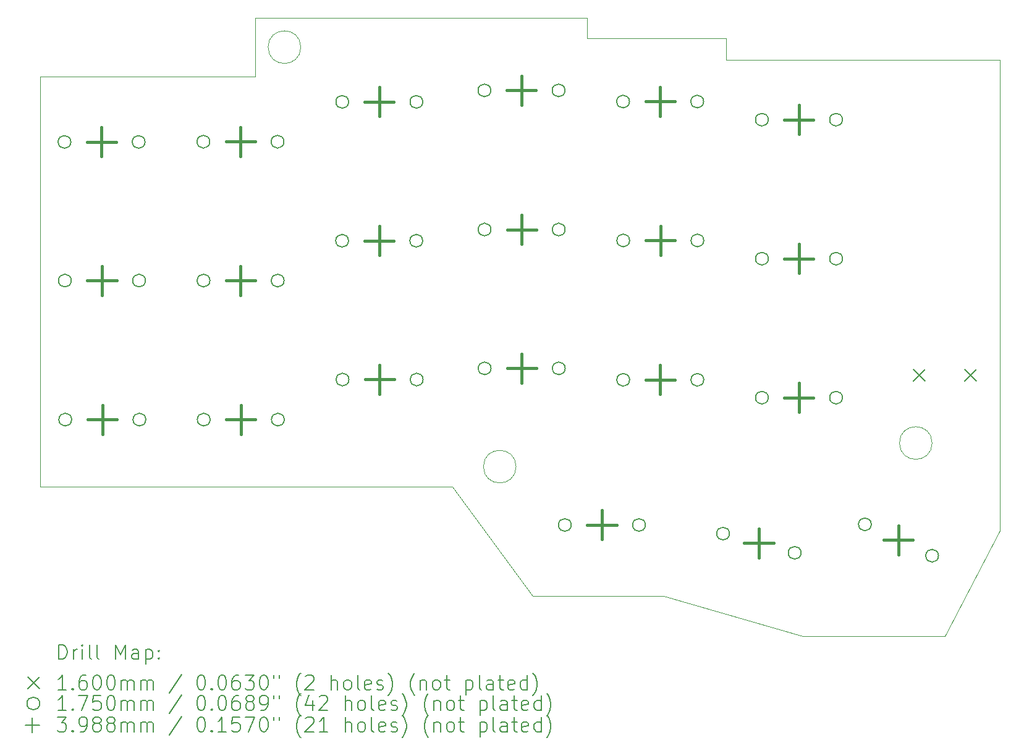
<source format=gbr>
%TF.GenerationSoftware,KiCad,Pcbnew,8.0.1*%
%TF.CreationDate,2024-05-26T01:43:09+02:00*%
%TF.ProjectId,KeyboardTest2_right,4b657962-6f61-4726-9454-657374325f72,rev?*%
%TF.SameCoordinates,Original*%
%TF.FileFunction,Drillmap*%
%TF.FilePolarity,Positive*%
%FSLAX45Y45*%
G04 Gerber Fmt 4.5, Leading zero omitted, Abs format (unit mm)*
G04 Created by KiCad (PCBNEW 8.0.1) date 2024-05-26 01:43:09*
%MOMM*%
%LPD*%
G01*
G04 APERTURE LIST*
%ADD10C,0.050000*%
%ADD11C,0.200000*%
%ADD12C,0.160000*%
%ADD13C,0.175000*%
%ADD14C,0.398780*%
G04 APERTURE END LIST*
D10*
X11100000Y-2125000D02*
X12950000Y-2125000D01*
X7173607Y-2250000D02*
G75*
G02*
X6726393Y-2250000I-223607J0D01*
G01*
X6726393Y-2250000D02*
G75*
G02*
X7173607Y-2250000I223607J0D01*
G01*
X13000000Y-2125000D02*
X13000000Y-2425000D01*
X6550000Y-1850000D02*
X6550000Y-2650000D01*
X14900000Y-2425000D02*
X16750000Y-2425000D01*
X9250000Y-8275000D02*
X10350000Y-9775000D01*
X16750000Y-2425000D02*
X16750000Y-8875000D01*
X11100000Y-1900000D02*
X11100000Y-1850000D01*
X14050000Y-10325000D02*
X12150000Y-9775000D01*
X7300000Y-8275000D02*
X9250000Y-8275000D01*
X3600000Y-2650000D02*
X3600000Y-2675000D01*
X11100000Y-1850000D02*
X6550000Y-1850000D01*
X3600000Y-8275000D02*
X3600000Y-2675000D01*
X16750000Y-8875000D02*
X16000000Y-10325000D01*
X7300000Y-8275000D02*
X5500000Y-8275000D01*
X10123607Y-8000000D02*
G75*
G02*
X9676393Y-8000000I-223607J0D01*
G01*
X9676393Y-8000000D02*
G75*
G02*
X10123607Y-8000000I223607J0D01*
G01*
X12150000Y-9775000D02*
X10350000Y-9775000D01*
X11100000Y-1925000D02*
X11100000Y-2125000D01*
X16000000Y-10325000D02*
X14050000Y-10325000D01*
X5500000Y-8275000D02*
X3600000Y-8275000D01*
X12950000Y-2125000D02*
X13000000Y-2125000D01*
X15823607Y-7676393D02*
G75*
G02*
X15376393Y-7676393I-223607J0D01*
G01*
X15376393Y-7676393D02*
G75*
G02*
X15823607Y-7676393I223607J0D01*
G01*
X6550000Y-2650000D02*
X3600000Y-2650000D01*
X13000000Y-2425000D02*
X14900000Y-2425000D01*
X11100000Y-1925000D02*
X11100000Y-1900000D01*
D11*
D12*
X15570000Y-6670000D02*
X15730000Y-6830000D01*
X15730000Y-6670000D02*
X15570000Y-6830000D01*
X16270000Y-6670000D02*
X16430000Y-6830000D01*
X16430000Y-6670000D02*
X16270000Y-6830000D01*
D13*
X4024050Y-3549226D02*
G75*
G02*
X3849050Y-3549226I-87500J0D01*
G01*
X3849050Y-3549226D02*
G75*
G02*
X4024050Y-3549226I87500J0D01*
G01*
X4029500Y-5450000D02*
G75*
G02*
X3854500Y-5450000I-87500J0D01*
G01*
X3854500Y-5450000D02*
G75*
G02*
X4029500Y-5450000I87500J0D01*
G01*
X4034565Y-7355792D02*
G75*
G02*
X3859565Y-7355792I-87500J0D01*
G01*
X3859565Y-7355792D02*
G75*
G02*
X4034565Y-7355792I87500J0D01*
G01*
X5040050Y-3549226D02*
G75*
G02*
X4865050Y-3549226I-87500J0D01*
G01*
X4865050Y-3549226D02*
G75*
G02*
X5040050Y-3549226I87500J0D01*
G01*
X5045500Y-5450000D02*
G75*
G02*
X4870500Y-5450000I-87500J0D01*
G01*
X4870500Y-5450000D02*
G75*
G02*
X5045500Y-5450000I87500J0D01*
G01*
X5050565Y-7355792D02*
G75*
G02*
X4875565Y-7355792I-87500J0D01*
G01*
X4875565Y-7355792D02*
G75*
G02*
X5050565Y-7355792I87500J0D01*
G01*
X5927040Y-3546235D02*
G75*
G02*
X5752040Y-3546235I-87500J0D01*
G01*
X5752040Y-3546235D02*
G75*
G02*
X5927040Y-3546235I87500J0D01*
G01*
X5929500Y-5450000D02*
G75*
G02*
X5754500Y-5450000I-87500J0D01*
G01*
X5754500Y-5450000D02*
G75*
G02*
X5929500Y-5450000I87500J0D01*
G01*
X5931575Y-7355792D02*
G75*
G02*
X5756575Y-7355792I-87500J0D01*
G01*
X5756575Y-7355792D02*
G75*
G02*
X5931575Y-7355792I87500J0D01*
G01*
X6943040Y-3546235D02*
G75*
G02*
X6768040Y-3546235I-87500J0D01*
G01*
X6768040Y-3546235D02*
G75*
G02*
X6943040Y-3546235I87500J0D01*
G01*
X6945500Y-5450000D02*
G75*
G02*
X6770500Y-5450000I-87500J0D01*
G01*
X6770500Y-5450000D02*
G75*
G02*
X6945500Y-5450000I87500J0D01*
G01*
X6947575Y-7355792D02*
G75*
G02*
X6772575Y-7355792I-87500J0D01*
G01*
X6772575Y-7355792D02*
G75*
G02*
X6947575Y-7355792I87500J0D01*
G01*
X7827768Y-4903848D02*
G75*
G02*
X7652768Y-4903848I-87500J0D01*
G01*
X7652768Y-4903848D02*
G75*
G02*
X7827768Y-4903848I87500J0D01*
G01*
X7829500Y-3000000D02*
G75*
G02*
X7654500Y-3000000I-87500J0D01*
G01*
X7654500Y-3000000D02*
G75*
G02*
X7829500Y-3000000I87500J0D01*
G01*
X7833810Y-6806376D02*
G75*
G02*
X7658810Y-6806376I-87500J0D01*
G01*
X7658810Y-6806376D02*
G75*
G02*
X7833810Y-6806376I87500J0D01*
G01*
X8843768Y-4903848D02*
G75*
G02*
X8668768Y-4903848I-87500J0D01*
G01*
X8668768Y-4903848D02*
G75*
G02*
X8843768Y-4903848I87500J0D01*
G01*
X8845500Y-3000000D02*
G75*
G02*
X8670500Y-3000000I-87500J0D01*
G01*
X8670500Y-3000000D02*
G75*
G02*
X8845500Y-3000000I87500J0D01*
G01*
X8849811Y-6806376D02*
G75*
G02*
X8674811Y-6806376I-87500J0D01*
G01*
X8674811Y-6806376D02*
G75*
G02*
X8849811Y-6806376I87500J0D01*
G01*
X9777648Y-2842948D02*
G75*
G02*
X9602648Y-2842948I-87500J0D01*
G01*
X9602648Y-2842948D02*
G75*
G02*
X9777648Y-2842948I87500J0D01*
G01*
X9779500Y-4750000D02*
G75*
G02*
X9604500Y-4750000I-87500J0D01*
G01*
X9604500Y-4750000D02*
G75*
G02*
X9779500Y-4750000I87500J0D01*
G01*
X9780627Y-6653275D02*
G75*
G02*
X9605627Y-6653275I-87500J0D01*
G01*
X9605627Y-6653275D02*
G75*
G02*
X9780627Y-6653275I87500J0D01*
G01*
X10793648Y-2842948D02*
G75*
G02*
X10618648Y-2842948I-87500J0D01*
G01*
X10618648Y-2842948D02*
G75*
G02*
X10793648Y-2842948I87500J0D01*
G01*
X10795500Y-4750000D02*
G75*
G02*
X10620500Y-4750000I-87500J0D01*
G01*
X10620500Y-4750000D02*
G75*
G02*
X10795500Y-4750000I87500J0D01*
G01*
X10796627Y-6653275D02*
G75*
G02*
X10621627Y-6653275I-87500J0D01*
G01*
X10621627Y-6653275D02*
G75*
G02*
X10796627Y-6653275I87500J0D01*
G01*
X10879500Y-8800000D02*
G75*
G02*
X10704500Y-8800000I-87500J0D01*
G01*
X10704500Y-8800000D02*
G75*
G02*
X10879500Y-8800000I87500J0D01*
G01*
X11677265Y-2995810D02*
G75*
G02*
X11502265Y-2995810I-87500J0D01*
G01*
X11502265Y-2995810D02*
G75*
G02*
X11677265Y-2995810I87500J0D01*
G01*
X11679164Y-6810051D02*
G75*
G02*
X11504164Y-6810051I-87500J0D01*
G01*
X11504164Y-6810051D02*
G75*
G02*
X11679164Y-6810051I87500J0D01*
G01*
X11679500Y-4900000D02*
G75*
G02*
X11504500Y-4900000I-87500J0D01*
G01*
X11504500Y-4900000D02*
G75*
G02*
X11679500Y-4900000I87500J0D01*
G01*
X11895500Y-8800000D02*
G75*
G02*
X11720500Y-8800000I-87500J0D01*
G01*
X11720500Y-8800000D02*
G75*
G02*
X11895500Y-8800000I87500J0D01*
G01*
X12693265Y-2995810D02*
G75*
G02*
X12518265Y-2995810I-87500J0D01*
G01*
X12518265Y-2995810D02*
G75*
G02*
X12693265Y-2995810I87500J0D01*
G01*
X12695164Y-6810051D02*
G75*
G02*
X12520164Y-6810051I-87500J0D01*
G01*
X12520164Y-6810051D02*
G75*
G02*
X12695164Y-6810051I87500J0D01*
G01*
X12695500Y-4900000D02*
G75*
G02*
X12520500Y-4900000I-87500J0D01*
G01*
X12520500Y-4900000D02*
G75*
G02*
X12695500Y-4900000I87500J0D01*
G01*
X13046810Y-8918520D02*
G75*
G02*
X12871810Y-8918520I-87500J0D01*
G01*
X12871810Y-8918520D02*
G75*
G02*
X13046810Y-8918520I87500J0D01*
G01*
X13578851Y-3244389D02*
G75*
G02*
X13403851Y-3244389I-87500J0D01*
G01*
X13403851Y-3244389D02*
G75*
G02*
X13578851Y-3244389I87500J0D01*
G01*
X13579259Y-7055021D02*
G75*
G02*
X13404259Y-7055021I-87500J0D01*
G01*
X13404259Y-7055021D02*
G75*
G02*
X13579259Y-7055021I87500J0D01*
G01*
X13579500Y-5150000D02*
G75*
G02*
X13404500Y-5150000I-87500J0D01*
G01*
X13404500Y-5150000D02*
G75*
G02*
X13579500Y-5150000I87500J0D01*
G01*
X14028190Y-9181480D02*
G75*
G02*
X13853190Y-9181480I-87500J0D01*
G01*
X13853190Y-9181480D02*
G75*
G02*
X14028190Y-9181480I87500J0D01*
G01*
X14594851Y-3244389D02*
G75*
G02*
X14419851Y-3244389I-87500J0D01*
G01*
X14419851Y-3244389D02*
G75*
G02*
X14594851Y-3244389I87500J0D01*
G01*
X14595259Y-7055021D02*
G75*
G02*
X14420259Y-7055021I-87500J0D01*
G01*
X14420259Y-7055021D02*
G75*
G02*
X14595259Y-7055021I87500J0D01*
G01*
X14595500Y-5150000D02*
G75*
G02*
X14420500Y-5150000I-87500J0D01*
G01*
X14420500Y-5150000D02*
G75*
G02*
X14595500Y-5150000I87500J0D01*
G01*
X14990283Y-8791812D02*
G75*
G02*
X14815283Y-8791812I-87500J0D01*
G01*
X14815283Y-8791812D02*
G75*
G02*
X14990283Y-8791812I87500J0D01*
G01*
X15911091Y-9221192D02*
G75*
G02*
X15736091Y-9221192I-87500J0D01*
G01*
X15736091Y-9221192D02*
G75*
G02*
X15911091Y-9221192I87500J0D01*
G01*
D14*
X4444550Y-3349836D02*
X4444550Y-3748616D01*
X4245160Y-3549226D02*
X4643940Y-3549226D01*
X4450000Y-5250610D02*
X4450000Y-5649390D01*
X4250610Y-5450000D02*
X4649390Y-5450000D01*
X4455065Y-7156402D02*
X4455065Y-7555182D01*
X4255675Y-7355792D02*
X4654455Y-7355792D01*
X6347540Y-3346845D02*
X6347540Y-3745625D01*
X6148150Y-3546235D02*
X6546930Y-3546235D01*
X6350000Y-5250610D02*
X6350000Y-5649390D01*
X6150610Y-5450000D02*
X6549390Y-5450000D01*
X6352075Y-7156402D02*
X6352075Y-7555182D01*
X6152685Y-7355792D02*
X6551465Y-7355792D01*
X8248268Y-4704458D02*
X8248268Y-5103238D01*
X8048878Y-4903848D02*
X8447658Y-4903848D01*
X8250000Y-2800610D02*
X8250000Y-3199390D01*
X8050610Y-3000000D02*
X8449390Y-3000000D01*
X8254310Y-6606986D02*
X8254310Y-7005766D01*
X8054920Y-6806376D02*
X8453701Y-6806376D01*
X10198148Y-2643558D02*
X10198148Y-3042338D01*
X9998758Y-2842948D02*
X10397538Y-2842948D01*
X10200000Y-4550610D02*
X10200000Y-4949390D01*
X10000610Y-4750000D02*
X10399390Y-4750000D01*
X10201127Y-6453885D02*
X10201127Y-6852665D01*
X10001737Y-6653275D02*
X10400517Y-6653275D01*
X11300000Y-8600610D02*
X11300000Y-8999390D01*
X11100610Y-8800000D02*
X11499390Y-8800000D01*
X12097765Y-2796420D02*
X12097765Y-3195200D01*
X11898375Y-2995810D02*
X12297155Y-2995810D01*
X12099664Y-6610661D02*
X12099664Y-7009441D01*
X11900274Y-6810051D02*
X12299054Y-6810051D01*
X12100000Y-4700610D02*
X12100000Y-5099390D01*
X11900610Y-4900000D02*
X12299390Y-4900000D01*
X13450000Y-8850610D02*
X13450000Y-9249390D01*
X13250610Y-9050000D02*
X13649390Y-9050000D01*
X13999351Y-3044999D02*
X13999351Y-3443779D01*
X13799961Y-3244389D02*
X14198741Y-3244389D01*
X13999759Y-6855631D02*
X13999759Y-7254411D01*
X13800369Y-7055021D02*
X14199149Y-7055021D01*
X14000000Y-4950610D02*
X14000000Y-5349390D01*
X13800610Y-5150000D02*
X14199390Y-5150000D01*
X15363187Y-8807112D02*
X15363187Y-9205892D01*
X15163797Y-9006502D02*
X15562577Y-9006502D01*
D11*
X3858277Y-10638984D02*
X3858277Y-10438984D01*
X3858277Y-10438984D02*
X3905896Y-10438984D01*
X3905896Y-10438984D02*
X3934467Y-10448508D01*
X3934467Y-10448508D02*
X3953515Y-10467555D01*
X3953515Y-10467555D02*
X3963039Y-10486603D01*
X3963039Y-10486603D02*
X3972562Y-10524698D01*
X3972562Y-10524698D02*
X3972562Y-10553270D01*
X3972562Y-10553270D02*
X3963039Y-10591365D01*
X3963039Y-10591365D02*
X3953515Y-10610412D01*
X3953515Y-10610412D02*
X3934467Y-10629460D01*
X3934467Y-10629460D02*
X3905896Y-10638984D01*
X3905896Y-10638984D02*
X3858277Y-10638984D01*
X4058277Y-10638984D02*
X4058277Y-10505650D01*
X4058277Y-10543746D02*
X4067801Y-10524698D01*
X4067801Y-10524698D02*
X4077324Y-10515174D01*
X4077324Y-10515174D02*
X4096372Y-10505650D01*
X4096372Y-10505650D02*
X4115420Y-10505650D01*
X4182086Y-10638984D02*
X4182086Y-10505650D01*
X4182086Y-10438984D02*
X4172562Y-10448508D01*
X4172562Y-10448508D02*
X4182086Y-10458031D01*
X4182086Y-10458031D02*
X4191610Y-10448508D01*
X4191610Y-10448508D02*
X4182086Y-10438984D01*
X4182086Y-10438984D02*
X4182086Y-10458031D01*
X4305896Y-10638984D02*
X4286848Y-10629460D01*
X4286848Y-10629460D02*
X4277324Y-10610412D01*
X4277324Y-10610412D02*
X4277324Y-10438984D01*
X4410658Y-10638984D02*
X4391610Y-10629460D01*
X4391610Y-10629460D02*
X4382086Y-10610412D01*
X4382086Y-10610412D02*
X4382086Y-10438984D01*
X4639229Y-10638984D02*
X4639229Y-10438984D01*
X4639229Y-10438984D02*
X4705896Y-10581841D01*
X4705896Y-10581841D02*
X4772563Y-10438984D01*
X4772563Y-10438984D02*
X4772563Y-10638984D01*
X4953515Y-10638984D02*
X4953515Y-10534222D01*
X4953515Y-10534222D02*
X4943991Y-10515174D01*
X4943991Y-10515174D02*
X4924944Y-10505650D01*
X4924944Y-10505650D02*
X4886848Y-10505650D01*
X4886848Y-10505650D02*
X4867801Y-10515174D01*
X4953515Y-10629460D02*
X4934467Y-10638984D01*
X4934467Y-10638984D02*
X4886848Y-10638984D01*
X4886848Y-10638984D02*
X4867801Y-10629460D01*
X4867801Y-10629460D02*
X4858277Y-10610412D01*
X4858277Y-10610412D02*
X4858277Y-10591365D01*
X4858277Y-10591365D02*
X4867801Y-10572317D01*
X4867801Y-10572317D02*
X4886848Y-10562793D01*
X4886848Y-10562793D02*
X4934467Y-10562793D01*
X4934467Y-10562793D02*
X4953515Y-10553270D01*
X5048753Y-10505650D02*
X5048753Y-10705650D01*
X5048753Y-10515174D02*
X5067801Y-10505650D01*
X5067801Y-10505650D02*
X5105896Y-10505650D01*
X5105896Y-10505650D02*
X5124944Y-10515174D01*
X5124944Y-10515174D02*
X5134467Y-10524698D01*
X5134467Y-10524698D02*
X5143991Y-10543746D01*
X5143991Y-10543746D02*
X5143991Y-10600889D01*
X5143991Y-10600889D02*
X5134467Y-10619936D01*
X5134467Y-10619936D02*
X5124944Y-10629460D01*
X5124944Y-10629460D02*
X5105896Y-10638984D01*
X5105896Y-10638984D02*
X5067801Y-10638984D01*
X5067801Y-10638984D02*
X5048753Y-10629460D01*
X5229705Y-10619936D02*
X5239229Y-10629460D01*
X5239229Y-10629460D02*
X5229705Y-10638984D01*
X5229705Y-10638984D02*
X5220182Y-10629460D01*
X5220182Y-10629460D02*
X5229705Y-10619936D01*
X5229705Y-10619936D02*
X5229705Y-10638984D01*
X5229705Y-10515174D02*
X5239229Y-10524698D01*
X5239229Y-10524698D02*
X5229705Y-10534222D01*
X5229705Y-10534222D02*
X5220182Y-10524698D01*
X5220182Y-10524698D02*
X5229705Y-10515174D01*
X5229705Y-10515174D02*
X5229705Y-10534222D01*
D12*
X3437500Y-10887500D02*
X3597500Y-11047500D01*
X3597500Y-10887500D02*
X3437500Y-11047500D01*
D11*
X3963039Y-11058984D02*
X3848753Y-11058984D01*
X3905896Y-11058984D02*
X3905896Y-10858984D01*
X3905896Y-10858984D02*
X3886848Y-10887555D01*
X3886848Y-10887555D02*
X3867801Y-10906603D01*
X3867801Y-10906603D02*
X3848753Y-10916127D01*
X4048753Y-11039936D02*
X4058277Y-11049460D01*
X4058277Y-11049460D02*
X4048753Y-11058984D01*
X4048753Y-11058984D02*
X4039229Y-11049460D01*
X4039229Y-11049460D02*
X4048753Y-11039936D01*
X4048753Y-11039936D02*
X4048753Y-11058984D01*
X4229705Y-10858984D02*
X4191610Y-10858984D01*
X4191610Y-10858984D02*
X4172562Y-10868508D01*
X4172562Y-10868508D02*
X4163039Y-10878031D01*
X4163039Y-10878031D02*
X4143991Y-10906603D01*
X4143991Y-10906603D02*
X4134467Y-10944698D01*
X4134467Y-10944698D02*
X4134467Y-11020889D01*
X4134467Y-11020889D02*
X4143991Y-11039936D01*
X4143991Y-11039936D02*
X4153515Y-11049460D01*
X4153515Y-11049460D02*
X4172562Y-11058984D01*
X4172562Y-11058984D02*
X4210658Y-11058984D01*
X4210658Y-11058984D02*
X4229705Y-11049460D01*
X4229705Y-11049460D02*
X4239229Y-11039936D01*
X4239229Y-11039936D02*
X4248753Y-11020889D01*
X4248753Y-11020889D02*
X4248753Y-10973270D01*
X4248753Y-10973270D02*
X4239229Y-10954222D01*
X4239229Y-10954222D02*
X4229705Y-10944698D01*
X4229705Y-10944698D02*
X4210658Y-10935174D01*
X4210658Y-10935174D02*
X4172562Y-10935174D01*
X4172562Y-10935174D02*
X4153515Y-10944698D01*
X4153515Y-10944698D02*
X4143991Y-10954222D01*
X4143991Y-10954222D02*
X4134467Y-10973270D01*
X4372563Y-10858984D02*
X4391610Y-10858984D01*
X4391610Y-10858984D02*
X4410658Y-10868508D01*
X4410658Y-10868508D02*
X4420182Y-10878031D01*
X4420182Y-10878031D02*
X4429705Y-10897079D01*
X4429705Y-10897079D02*
X4439229Y-10935174D01*
X4439229Y-10935174D02*
X4439229Y-10982793D01*
X4439229Y-10982793D02*
X4429705Y-11020889D01*
X4429705Y-11020889D02*
X4420182Y-11039936D01*
X4420182Y-11039936D02*
X4410658Y-11049460D01*
X4410658Y-11049460D02*
X4391610Y-11058984D01*
X4391610Y-11058984D02*
X4372563Y-11058984D01*
X4372563Y-11058984D02*
X4353515Y-11049460D01*
X4353515Y-11049460D02*
X4343991Y-11039936D01*
X4343991Y-11039936D02*
X4334467Y-11020889D01*
X4334467Y-11020889D02*
X4324944Y-10982793D01*
X4324944Y-10982793D02*
X4324944Y-10935174D01*
X4324944Y-10935174D02*
X4334467Y-10897079D01*
X4334467Y-10897079D02*
X4343991Y-10878031D01*
X4343991Y-10878031D02*
X4353515Y-10868508D01*
X4353515Y-10868508D02*
X4372563Y-10858984D01*
X4563039Y-10858984D02*
X4582086Y-10858984D01*
X4582086Y-10858984D02*
X4601134Y-10868508D01*
X4601134Y-10868508D02*
X4610658Y-10878031D01*
X4610658Y-10878031D02*
X4620182Y-10897079D01*
X4620182Y-10897079D02*
X4629705Y-10935174D01*
X4629705Y-10935174D02*
X4629705Y-10982793D01*
X4629705Y-10982793D02*
X4620182Y-11020889D01*
X4620182Y-11020889D02*
X4610658Y-11039936D01*
X4610658Y-11039936D02*
X4601134Y-11049460D01*
X4601134Y-11049460D02*
X4582086Y-11058984D01*
X4582086Y-11058984D02*
X4563039Y-11058984D01*
X4563039Y-11058984D02*
X4543991Y-11049460D01*
X4543991Y-11049460D02*
X4534467Y-11039936D01*
X4534467Y-11039936D02*
X4524944Y-11020889D01*
X4524944Y-11020889D02*
X4515420Y-10982793D01*
X4515420Y-10982793D02*
X4515420Y-10935174D01*
X4515420Y-10935174D02*
X4524944Y-10897079D01*
X4524944Y-10897079D02*
X4534467Y-10878031D01*
X4534467Y-10878031D02*
X4543991Y-10868508D01*
X4543991Y-10868508D02*
X4563039Y-10858984D01*
X4715420Y-11058984D02*
X4715420Y-10925650D01*
X4715420Y-10944698D02*
X4724944Y-10935174D01*
X4724944Y-10935174D02*
X4743991Y-10925650D01*
X4743991Y-10925650D02*
X4772563Y-10925650D01*
X4772563Y-10925650D02*
X4791610Y-10935174D01*
X4791610Y-10935174D02*
X4801134Y-10954222D01*
X4801134Y-10954222D02*
X4801134Y-11058984D01*
X4801134Y-10954222D02*
X4810658Y-10935174D01*
X4810658Y-10935174D02*
X4829705Y-10925650D01*
X4829705Y-10925650D02*
X4858277Y-10925650D01*
X4858277Y-10925650D02*
X4877325Y-10935174D01*
X4877325Y-10935174D02*
X4886848Y-10954222D01*
X4886848Y-10954222D02*
X4886848Y-11058984D01*
X4982086Y-11058984D02*
X4982086Y-10925650D01*
X4982086Y-10944698D02*
X4991610Y-10935174D01*
X4991610Y-10935174D02*
X5010658Y-10925650D01*
X5010658Y-10925650D02*
X5039229Y-10925650D01*
X5039229Y-10925650D02*
X5058277Y-10935174D01*
X5058277Y-10935174D02*
X5067801Y-10954222D01*
X5067801Y-10954222D02*
X5067801Y-11058984D01*
X5067801Y-10954222D02*
X5077325Y-10935174D01*
X5077325Y-10935174D02*
X5096372Y-10925650D01*
X5096372Y-10925650D02*
X5124944Y-10925650D01*
X5124944Y-10925650D02*
X5143991Y-10935174D01*
X5143991Y-10935174D02*
X5153515Y-10954222D01*
X5153515Y-10954222D02*
X5153515Y-11058984D01*
X5543991Y-10849460D02*
X5372563Y-11106603D01*
X5801134Y-10858984D02*
X5820182Y-10858984D01*
X5820182Y-10858984D02*
X5839229Y-10868508D01*
X5839229Y-10868508D02*
X5848753Y-10878031D01*
X5848753Y-10878031D02*
X5858277Y-10897079D01*
X5858277Y-10897079D02*
X5867801Y-10935174D01*
X5867801Y-10935174D02*
X5867801Y-10982793D01*
X5867801Y-10982793D02*
X5858277Y-11020889D01*
X5858277Y-11020889D02*
X5848753Y-11039936D01*
X5848753Y-11039936D02*
X5839229Y-11049460D01*
X5839229Y-11049460D02*
X5820182Y-11058984D01*
X5820182Y-11058984D02*
X5801134Y-11058984D01*
X5801134Y-11058984D02*
X5782086Y-11049460D01*
X5782086Y-11049460D02*
X5772563Y-11039936D01*
X5772563Y-11039936D02*
X5763039Y-11020889D01*
X5763039Y-11020889D02*
X5753515Y-10982793D01*
X5753515Y-10982793D02*
X5753515Y-10935174D01*
X5753515Y-10935174D02*
X5763039Y-10897079D01*
X5763039Y-10897079D02*
X5772563Y-10878031D01*
X5772563Y-10878031D02*
X5782086Y-10868508D01*
X5782086Y-10868508D02*
X5801134Y-10858984D01*
X5953515Y-11039936D02*
X5963039Y-11049460D01*
X5963039Y-11049460D02*
X5953515Y-11058984D01*
X5953515Y-11058984D02*
X5943991Y-11049460D01*
X5943991Y-11049460D02*
X5953515Y-11039936D01*
X5953515Y-11039936D02*
X5953515Y-11058984D01*
X6086848Y-10858984D02*
X6105896Y-10858984D01*
X6105896Y-10858984D02*
X6124944Y-10868508D01*
X6124944Y-10868508D02*
X6134467Y-10878031D01*
X6134467Y-10878031D02*
X6143991Y-10897079D01*
X6143991Y-10897079D02*
X6153515Y-10935174D01*
X6153515Y-10935174D02*
X6153515Y-10982793D01*
X6153515Y-10982793D02*
X6143991Y-11020889D01*
X6143991Y-11020889D02*
X6134467Y-11039936D01*
X6134467Y-11039936D02*
X6124944Y-11049460D01*
X6124944Y-11049460D02*
X6105896Y-11058984D01*
X6105896Y-11058984D02*
X6086848Y-11058984D01*
X6086848Y-11058984D02*
X6067801Y-11049460D01*
X6067801Y-11049460D02*
X6058277Y-11039936D01*
X6058277Y-11039936D02*
X6048753Y-11020889D01*
X6048753Y-11020889D02*
X6039229Y-10982793D01*
X6039229Y-10982793D02*
X6039229Y-10935174D01*
X6039229Y-10935174D02*
X6048753Y-10897079D01*
X6048753Y-10897079D02*
X6058277Y-10878031D01*
X6058277Y-10878031D02*
X6067801Y-10868508D01*
X6067801Y-10868508D02*
X6086848Y-10858984D01*
X6324944Y-10858984D02*
X6286848Y-10858984D01*
X6286848Y-10858984D02*
X6267801Y-10868508D01*
X6267801Y-10868508D02*
X6258277Y-10878031D01*
X6258277Y-10878031D02*
X6239229Y-10906603D01*
X6239229Y-10906603D02*
X6229706Y-10944698D01*
X6229706Y-10944698D02*
X6229706Y-11020889D01*
X6229706Y-11020889D02*
X6239229Y-11039936D01*
X6239229Y-11039936D02*
X6248753Y-11049460D01*
X6248753Y-11049460D02*
X6267801Y-11058984D01*
X6267801Y-11058984D02*
X6305896Y-11058984D01*
X6305896Y-11058984D02*
X6324944Y-11049460D01*
X6324944Y-11049460D02*
X6334467Y-11039936D01*
X6334467Y-11039936D02*
X6343991Y-11020889D01*
X6343991Y-11020889D02*
X6343991Y-10973270D01*
X6343991Y-10973270D02*
X6334467Y-10954222D01*
X6334467Y-10954222D02*
X6324944Y-10944698D01*
X6324944Y-10944698D02*
X6305896Y-10935174D01*
X6305896Y-10935174D02*
X6267801Y-10935174D01*
X6267801Y-10935174D02*
X6248753Y-10944698D01*
X6248753Y-10944698D02*
X6239229Y-10954222D01*
X6239229Y-10954222D02*
X6229706Y-10973270D01*
X6410658Y-10858984D02*
X6534467Y-10858984D01*
X6534467Y-10858984D02*
X6467801Y-10935174D01*
X6467801Y-10935174D02*
X6496372Y-10935174D01*
X6496372Y-10935174D02*
X6515420Y-10944698D01*
X6515420Y-10944698D02*
X6524944Y-10954222D01*
X6524944Y-10954222D02*
X6534467Y-10973270D01*
X6534467Y-10973270D02*
X6534467Y-11020889D01*
X6534467Y-11020889D02*
X6524944Y-11039936D01*
X6524944Y-11039936D02*
X6515420Y-11049460D01*
X6515420Y-11049460D02*
X6496372Y-11058984D01*
X6496372Y-11058984D02*
X6439229Y-11058984D01*
X6439229Y-11058984D02*
X6420182Y-11049460D01*
X6420182Y-11049460D02*
X6410658Y-11039936D01*
X6658277Y-10858984D02*
X6677325Y-10858984D01*
X6677325Y-10858984D02*
X6696372Y-10868508D01*
X6696372Y-10868508D02*
X6705896Y-10878031D01*
X6705896Y-10878031D02*
X6715420Y-10897079D01*
X6715420Y-10897079D02*
X6724944Y-10935174D01*
X6724944Y-10935174D02*
X6724944Y-10982793D01*
X6724944Y-10982793D02*
X6715420Y-11020889D01*
X6715420Y-11020889D02*
X6705896Y-11039936D01*
X6705896Y-11039936D02*
X6696372Y-11049460D01*
X6696372Y-11049460D02*
X6677325Y-11058984D01*
X6677325Y-11058984D02*
X6658277Y-11058984D01*
X6658277Y-11058984D02*
X6639229Y-11049460D01*
X6639229Y-11049460D02*
X6629706Y-11039936D01*
X6629706Y-11039936D02*
X6620182Y-11020889D01*
X6620182Y-11020889D02*
X6610658Y-10982793D01*
X6610658Y-10982793D02*
X6610658Y-10935174D01*
X6610658Y-10935174D02*
X6620182Y-10897079D01*
X6620182Y-10897079D02*
X6629706Y-10878031D01*
X6629706Y-10878031D02*
X6639229Y-10868508D01*
X6639229Y-10868508D02*
X6658277Y-10858984D01*
X6801134Y-10858984D02*
X6801134Y-10897079D01*
X6877325Y-10858984D02*
X6877325Y-10897079D01*
X7172563Y-11135174D02*
X7163039Y-11125650D01*
X7163039Y-11125650D02*
X7143991Y-11097079D01*
X7143991Y-11097079D02*
X7134468Y-11078031D01*
X7134468Y-11078031D02*
X7124944Y-11049460D01*
X7124944Y-11049460D02*
X7115420Y-11001841D01*
X7115420Y-11001841D02*
X7115420Y-10963746D01*
X7115420Y-10963746D02*
X7124944Y-10916127D01*
X7124944Y-10916127D02*
X7134468Y-10887555D01*
X7134468Y-10887555D02*
X7143991Y-10868508D01*
X7143991Y-10868508D02*
X7163039Y-10839936D01*
X7163039Y-10839936D02*
X7172563Y-10830412D01*
X7239229Y-10878031D02*
X7248753Y-10868508D01*
X7248753Y-10868508D02*
X7267801Y-10858984D01*
X7267801Y-10858984D02*
X7315420Y-10858984D01*
X7315420Y-10858984D02*
X7334468Y-10868508D01*
X7334468Y-10868508D02*
X7343991Y-10878031D01*
X7343991Y-10878031D02*
X7353515Y-10897079D01*
X7353515Y-10897079D02*
X7353515Y-10916127D01*
X7353515Y-10916127D02*
X7343991Y-10944698D01*
X7343991Y-10944698D02*
X7229706Y-11058984D01*
X7229706Y-11058984D02*
X7353515Y-11058984D01*
X7591610Y-11058984D02*
X7591610Y-10858984D01*
X7677325Y-11058984D02*
X7677325Y-10954222D01*
X7677325Y-10954222D02*
X7667801Y-10935174D01*
X7667801Y-10935174D02*
X7648753Y-10925650D01*
X7648753Y-10925650D02*
X7620182Y-10925650D01*
X7620182Y-10925650D02*
X7601134Y-10935174D01*
X7601134Y-10935174D02*
X7591610Y-10944698D01*
X7801134Y-11058984D02*
X7782087Y-11049460D01*
X7782087Y-11049460D02*
X7772563Y-11039936D01*
X7772563Y-11039936D02*
X7763039Y-11020889D01*
X7763039Y-11020889D02*
X7763039Y-10963746D01*
X7763039Y-10963746D02*
X7772563Y-10944698D01*
X7772563Y-10944698D02*
X7782087Y-10935174D01*
X7782087Y-10935174D02*
X7801134Y-10925650D01*
X7801134Y-10925650D02*
X7829706Y-10925650D01*
X7829706Y-10925650D02*
X7848753Y-10935174D01*
X7848753Y-10935174D02*
X7858277Y-10944698D01*
X7858277Y-10944698D02*
X7867801Y-10963746D01*
X7867801Y-10963746D02*
X7867801Y-11020889D01*
X7867801Y-11020889D02*
X7858277Y-11039936D01*
X7858277Y-11039936D02*
X7848753Y-11049460D01*
X7848753Y-11049460D02*
X7829706Y-11058984D01*
X7829706Y-11058984D02*
X7801134Y-11058984D01*
X7982087Y-11058984D02*
X7963039Y-11049460D01*
X7963039Y-11049460D02*
X7953515Y-11030412D01*
X7953515Y-11030412D02*
X7953515Y-10858984D01*
X8134468Y-11049460D02*
X8115420Y-11058984D01*
X8115420Y-11058984D02*
X8077325Y-11058984D01*
X8077325Y-11058984D02*
X8058277Y-11049460D01*
X8058277Y-11049460D02*
X8048753Y-11030412D01*
X8048753Y-11030412D02*
X8048753Y-10954222D01*
X8048753Y-10954222D02*
X8058277Y-10935174D01*
X8058277Y-10935174D02*
X8077325Y-10925650D01*
X8077325Y-10925650D02*
X8115420Y-10925650D01*
X8115420Y-10925650D02*
X8134468Y-10935174D01*
X8134468Y-10935174D02*
X8143991Y-10954222D01*
X8143991Y-10954222D02*
X8143991Y-10973270D01*
X8143991Y-10973270D02*
X8048753Y-10992317D01*
X8220182Y-11049460D02*
X8239230Y-11058984D01*
X8239230Y-11058984D02*
X8277325Y-11058984D01*
X8277325Y-11058984D02*
X8296372Y-11049460D01*
X8296372Y-11049460D02*
X8305896Y-11030412D01*
X8305896Y-11030412D02*
X8305896Y-11020889D01*
X8305896Y-11020889D02*
X8296372Y-11001841D01*
X8296372Y-11001841D02*
X8277325Y-10992317D01*
X8277325Y-10992317D02*
X8248753Y-10992317D01*
X8248753Y-10992317D02*
X8229706Y-10982793D01*
X8229706Y-10982793D02*
X8220182Y-10963746D01*
X8220182Y-10963746D02*
X8220182Y-10954222D01*
X8220182Y-10954222D02*
X8229706Y-10935174D01*
X8229706Y-10935174D02*
X8248753Y-10925650D01*
X8248753Y-10925650D02*
X8277325Y-10925650D01*
X8277325Y-10925650D02*
X8296372Y-10935174D01*
X8372563Y-11135174D02*
X8382087Y-11125650D01*
X8382087Y-11125650D02*
X8401134Y-11097079D01*
X8401134Y-11097079D02*
X8410658Y-11078031D01*
X8410658Y-11078031D02*
X8420182Y-11049460D01*
X8420182Y-11049460D02*
X8429706Y-11001841D01*
X8429706Y-11001841D02*
X8429706Y-10963746D01*
X8429706Y-10963746D02*
X8420182Y-10916127D01*
X8420182Y-10916127D02*
X8410658Y-10887555D01*
X8410658Y-10887555D02*
X8401134Y-10868508D01*
X8401134Y-10868508D02*
X8382087Y-10839936D01*
X8382087Y-10839936D02*
X8372563Y-10830412D01*
X8734468Y-11135174D02*
X8724944Y-11125650D01*
X8724944Y-11125650D02*
X8705896Y-11097079D01*
X8705896Y-11097079D02*
X8696373Y-11078031D01*
X8696373Y-11078031D02*
X8686849Y-11049460D01*
X8686849Y-11049460D02*
X8677325Y-11001841D01*
X8677325Y-11001841D02*
X8677325Y-10963746D01*
X8677325Y-10963746D02*
X8686849Y-10916127D01*
X8686849Y-10916127D02*
X8696373Y-10887555D01*
X8696373Y-10887555D02*
X8705896Y-10868508D01*
X8705896Y-10868508D02*
X8724944Y-10839936D01*
X8724944Y-10839936D02*
X8734468Y-10830412D01*
X8810658Y-10925650D02*
X8810658Y-11058984D01*
X8810658Y-10944698D02*
X8820182Y-10935174D01*
X8820182Y-10935174D02*
X8839230Y-10925650D01*
X8839230Y-10925650D02*
X8867801Y-10925650D01*
X8867801Y-10925650D02*
X8886849Y-10935174D01*
X8886849Y-10935174D02*
X8896373Y-10954222D01*
X8896373Y-10954222D02*
X8896373Y-11058984D01*
X9020182Y-11058984D02*
X9001134Y-11049460D01*
X9001134Y-11049460D02*
X8991611Y-11039936D01*
X8991611Y-11039936D02*
X8982087Y-11020889D01*
X8982087Y-11020889D02*
X8982087Y-10963746D01*
X8982087Y-10963746D02*
X8991611Y-10944698D01*
X8991611Y-10944698D02*
X9001134Y-10935174D01*
X9001134Y-10935174D02*
X9020182Y-10925650D01*
X9020182Y-10925650D02*
X9048754Y-10925650D01*
X9048754Y-10925650D02*
X9067801Y-10935174D01*
X9067801Y-10935174D02*
X9077325Y-10944698D01*
X9077325Y-10944698D02*
X9086849Y-10963746D01*
X9086849Y-10963746D02*
X9086849Y-11020889D01*
X9086849Y-11020889D02*
X9077325Y-11039936D01*
X9077325Y-11039936D02*
X9067801Y-11049460D01*
X9067801Y-11049460D02*
X9048754Y-11058984D01*
X9048754Y-11058984D02*
X9020182Y-11058984D01*
X9143992Y-10925650D02*
X9220182Y-10925650D01*
X9172563Y-10858984D02*
X9172563Y-11030412D01*
X9172563Y-11030412D02*
X9182087Y-11049460D01*
X9182087Y-11049460D02*
X9201134Y-11058984D01*
X9201134Y-11058984D02*
X9220182Y-11058984D01*
X9439230Y-10925650D02*
X9439230Y-11125650D01*
X9439230Y-10935174D02*
X9458277Y-10925650D01*
X9458277Y-10925650D02*
X9496373Y-10925650D01*
X9496373Y-10925650D02*
X9515420Y-10935174D01*
X9515420Y-10935174D02*
X9524944Y-10944698D01*
X9524944Y-10944698D02*
X9534468Y-10963746D01*
X9534468Y-10963746D02*
X9534468Y-11020889D01*
X9534468Y-11020889D02*
X9524944Y-11039936D01*
X9524944Y-11039936D02*
X9515420Y-11049460D01*
X9515420Y-11049460D02*
X9496373Y-11058984D01*
X9496373Y-11058984D02*
X9458277Y-11058984D01*
X9458277Y-11058984D02*
X9439230Y-11049460D01*
X9648754Y-11058984D02*
X9629706Y-11049460D01*
X9629706Y-11049460D02*
X9620182Y-11030412D01*
X9620182Y-11030412D02*
X9620182Y-10858984D01*
X9810658Y-11058984D02*
X9810658Y-10954222D01*
X9810658Y-10954222D02*
X9801135Y-10935174D01*
X9801135Y-10935174D02*
X9782087Y-10925650D01*
X9782087Y-10925650D02*
X9743992Y-10925650D01*
X9743992Y-10925650D02*
X9724944Y-10935174D01*
X9810658Y-11049460D02*
X9791611Y-11058984D01*
X9791611Y-11058984D02*
X9743992Y-11058984D01*
X9743992Y-11058984D02*
X9724944Y-11049460D01*
X9724944Y-11049460D02*
X9715420Y-11030412D01*
X9715420Y-11030412D02*
X9715420Y-11011365D01*
X9715420Y-11011365D02*
X9724944Y-10992317D01*
X9724944Y-10992317D02*
X9743992Y-10982793D01*
X9743992Y-10982793D02*
X9791611Y-10982793D01*
X9791611Y-10982793D02*
X9810658Y-10973270D01*
X9877325Y-10925650D02*
X9953515Y-10925650D01*
X9905896Y-10858984D02*
X9905896Y-11030412D01*
X9905896Y-11030412D02*
X9915420Y-11049460D01*
X9915420Y-11049460D02*
X9934468Y-11058984D01*
X9934468Y-11058984D02*
X9953515Y-11058984D01*
X10096373Y-11049460D02*
X10077325Y-11058984D01*
X10077325Y-11058984D02*
X10039230Y-11058984D01*
X10039230Y-11058984D02*
X10020182Y-11049460D01*
X10020182Y-11049460D02*
X10010658Y-11030412D01*
X10010658Y-11030412D02*
X10010658Y-10954222D01*
X10010658Y-10954222D02*
X10020182Y-10935174D01*
X10020182Y-10935174D02*
X10039230Y-10925650D01*
X10039230Y-10925650D02*
X10077325Y-10925650D01*
X10077325Y-10925650D02*
X10096373Y-10935174D01*
X10096373Y-10935174D02*
X10105896Y-10954222D01*
X10105896Y-10954222D02*
X10105896Y-10973270D01*
X10105896Y-10973270D02*
X10010658Y-10992317D01*
X10277325Y-11058984D02*
X10277325Y-10858984D01*
X10277325Y-11049460D02*
X10258277Y-11058984D01*
X10258277Y-11058984D02*
X10220182Y-11058984D01*
X10220182Y-11058984D02*
X10201135Y-11049460D01*
X10201135Y-11049460D02*
X10191611Y-11039936D01*
X10191611Y-11039936D02*
X10182087Y-11020889D01*
X10182087Y-11020889D02*
X10182087Y-10963746D01*
X10182087Y-10963746D02*
X10191611Y-10944698D01*
X10191611Y-10944698D02*
X10201135Y-10935174D01*
X10201135Y-10935174D02*
X10220182Y-10925650D01*
X10220182Y-10925650D02*
X10258277Y-10925650D01*
X10258277Y-10925650D02*
X10277325Y-10935174D01*
X10353516Y-11135174D02*
X10363039Y-11125650D01*
X10363039Y-11125650D02*
X10382087Y-11097079D01*
X10382087Y-11097079D02*
X10391611Y-11078031D01*
X10391611Y-11078031D02*
X10401135Y-11049460D01*
X10401135Y-11049460D02*
X10410658Y-11001841D01*
X10410658Y-11001841D02*
X10410658Y-10963746D01*
X10410658Y-10963746D02*
X10401135Y-10916127D01*
X10401135Y-10916127D02*
X10391611Y-10887555D01*
X10391611Y-10887555D02*
X10382087Y-10868508D01*
X10382087Y-10868508D02*
X10363039Y-10839936D01*
X10363039Y-10839936D02*
X10353516Y-10830412D01*
D13*
X3597500Y-11247500D02*
G75*
G02*
X3422500Y-11247500I-87500J0D01*
G01*
X3422500Y-11247500D02*
G75*
G02*
X3597500Y-11247500I87500J0D01*
G01*
D11*
X3963039Y-11338984D02*
X3848753Y-11338984D01*
X3905896Y-11338984D02*
X3905896Y-11138984D01*
X3905896Y-11138984D02*
X3886848Y-11167555D01*
X3886848Y-11167555D02*
X3867801Y-11186603D01*
X3867801Y-11186603D02*
X3848753Y-11196127D01*
X4048753Y-11319936D02*
X4058277Y-11329460D01*
X4058277Y-11329460D02*
X4048753Y-11338984D01*
X4048753Y-11338984D02*
X4039229Y-11329460D01*
X4039229Y-11329460D02*
X4048753Y-11319936D01*
X4048753Y-11319936D02*
X4048753Y-11338984D01*
X4124943Y-11138984D02*
X4258277Y-11138984D01*
X4258277Y-11138984D02*
X4172562Y-11338984D01*
X4429705Y-11138984D02*
X4334467Y-11138984D01*
X4334467Y-11138984D02*
X4324944Y-11234222D01*
X4324944Y-11234222D02*
X4334467Y-11224698D01*
X4334467Y-11224698D02*
X4353515Y-11215174D01*
X4353515Y-11215174D02*
X4401134Y-11215174D01*
X4401134Y-11215174D02*
X4420182Y-11224698D01*
X4420182Y-11224698D02*
X4429705Y-11234222D01*
X4429705Y-11234222D02*
X4439229Y-11253269D01*
X4439229Y-11253269D02*
X4439229Y-11300888D01*
X4439229Y-11300888D02*
X4429705Y-11319936D01*
X4429705Y-11319936D02*
X4420182Y-11329460D01*
X4420182Y-11329460D02*
X4401134Y-11338984D01*
X4401134Y-11338984D02*
X4353515Y-11338984D01*
X4353515Y-11338984D02*
X4334467Y-11329460D01*
X4334467Y-11329460D02*
X4324944Y-11319936D01*
X4563039Y-11138984D02*
X4582086Y-11138984D01*
X4582086Y-11138984D02*
X4601134Y-11148508D01*
X4601134Y-11148508D02*
X4610658Y-11158031D01*
X4610658Y-11158031D02*
X4620182Y-11177079D01*
X4620182Y-11177079D02*
X4629705Y-11215174D01*
X4629705Y-11215174D02*
X4629705Y-11262793D01*
X4629705Y-11262793D02*
X4620182Y-11300888D01*
X4620182Y-11300888D02*
X4610658Y-11319936D01*
X4610658Y-11319936D02*
X4601134Y-11329460D01*
X4601134Y-11329460D02*
X4582086Y-11338984D01*
X4582086Y-11338984D02*
X4563039Y-11338984D01*
X4563039Y-11338984D02*
X4543991Y-11329460D01*
X4543991Y-11329460D02*
X4534467Y-11319936D01*
X4534467Y-11319936D02*
X4524944Y-11300888D01*
X4524944Y-11300888D02*
X4515420Y-11262793D01*
X4515420Y-11262793D02*
X4515420Y-11215174D01*
X4515420Y-11215174D02*
X4524944Y-11177079D01*
X4524944Y-11177079D02*
X4534467Y-11158031D01*
X4534467Y-11158031D02*
X4543991Y-11148508D01*
X4543991Y-11148508D02*
X4563039Y-11138984D01*
X4715420Y-11338984D02*
X4715420Y-11205650D01*
X4715420Y-11224698D02*
X4724944Y-11215174D01*
X4724944Y-11215174D02*
X4743991Y-11205650D01*
X4743991Y-11205650D02*
X4772563Y-11205650D01*
X4772563Y-11205650D02*
X4791610Y-11215174D01*
X4791610Y-11215174D02*
X4801134Y-11234222D01*
X4801134Y-11234222D02*
X4801134Y-11338984D01*
X4801134Y-11234222D02*
X4810658Y-11215174D01*
X4810658Y-11215174D02*
X4829705Y-11205650D01*
X4829705Y-11205650D02*
X4858277Y-11205650D01*
X4858277Y-11205650D02*
X4877325Y-11215174D01*
X4877325Y-11215174D02*
X4886848Y-11234222D01*
X4886848Y-11234222D02*
X4886848Y-11338984D01*
X4982086Y-11338984D02*
X4982086Y-11205650D01*
X4982086Y-11224698D02*
X4991610Y-11215174D01*
X4991610Y-11215174D02*
X5010658Y-11205650D01*
X5010658Y-11205650D02*
X5039229Y-11205650D01*
X5039229Y-11205650D02*
X5058277Y-11215174D01*
X5058277Y-11215174D02*
X5067801Y-11234222D01*
X5067801Y-11234222D02*
X5067801Y-11338984D01*
X5067801Y-11234222D02*
X5077325Y-11215174D01*
X5077325Y-11215174D02*
X5096372Y-11205650D01*
X5096372Y-11205650D02*
X5124944Y-11205650D01*
X5124944Y-11205650D02*
X5143991Y-11215174D01*
X5143991Y-11215174D02*
X5153515Y-11234222D01*
X5153515Y-11234222D02*
X5153515Y-11338984D01*
X5543991Y-11129460D02*
X5372563Y-11386603D01*
X5801134Y-11138984D02*
X5820182Y-11138984D01*
X5820182Y-11138984D02*
X5839229Y-11148508D01*
X5839229Y-11148508D02*
X5848753Y-11158031D01*
X5848753Y-11158031D02*
X5858277Y-11177079D01*
X5858277Y-11177079D02*
X5867801Y-11215174D01*
X5867801Y-11215174D02*
X5867801Y-11262793D01*
X5867801Y-11262793D02*
X5858277Y-11300888D01*
X5858277Y-11300888D02*
X5848753Y-11319936D01*
X5848753Y-11319936D02*
X5839229Y-11329460D01*
X5839229Y-11329460D02*
X5820182Y-11338984D01*
X5820182Y-11338984D02*
X5801134Y-11338984D01*
X5801134Y-11338984D02*
X5782086Y-11329460D01*
X5782086Y-11329460D02*
X5772563Y-11319936D01*
X5772563Y-11319936D02*
X5763039Y-11300888D01*
X5763039Y-11300888D02*
X5753515Y-11262793D01*
X5753515Y-11262793D02*
X5753515Y-11215174D01*
X5753515Y-11215174D02*
X5763039Y-11177079D01*
X5763039Y-11177079D02*
X5772563Y-11158031D01*
X5772563Y-11158031D02*
X5782086Y-11148508D01*
X5782086Y-11148508D02*
X5801134Y-11138984D01*
X5953515Y-11319936D02*
X5963039Y-11329460D01*
X5963039Y-11329460D02*
X5953515Y-11338984D01*
X5953515Y-11338984D02*
X5943991Y-11329460D01*
X5943991Y-11329460D02*
X5953515Y-11319936D01*
X5953515Y-11319936D02*
X5953515Y-11338984D01*
X6086848Y-11138984D02*
X6105896Y-11138984D01*
X6105896Y-11138984D02*
X6124944Y-11148508D01*
X6124944Y-11148508D02*
X6134467Y-11158031D01*
X6134467Y-11158031D02*
X6143991Y-11177079D01*
X6143991Y-11177079D02*
X6153515Y-11215174D01*
X6153515Y-11215174D02*
X6153515Y-11262793D01*
X6153515Y-11262793D02*
X6143991Y-11300888D01*
X6143991Y-11300888D02*
X6134467Y-11319936D01*
X6134467Y-11319936D02*
X6124944Y-11329460D01*
X6124944Y-11329460D02*
X6105896Y-11338984D01*
X6105896Y-11338984D02*
X6086848Y-11338984D01*
X6086848Y-11338984D02*
X6067801Y-11329460D01*
X6067801Y-11329460D02*
X6058277Y-11319936D01*
X6058277Y-11319936D02*
X6048753Y-11300888D01*
X6048753Y-11300888D02*
X6039229Y-11262793D01*
X6039229Y-11262793D02*
X6039229Y-11215174D01*
X6039229Y-11215174D02*
X6048753Y-11177079D01*
X6048753Y-11177079D02*
X6058277Y-11158031D01*
X6058277Y-11158031D02*
X6067801Y-11148508D01*
X6067801Y-11148508D02*
X6086848Y-11138984D01*
X6324944Y-11138984D02*
X6286848Y-11138984D01*
X6286848Y-11138984D02*
X6267801Y-11148508D01*
X6267801Y-11148508D02*
X6258277Y-11158031D01*
X6258277Y-11158031D02*
X6239229Y-11186603D01*
X6239229Y-11186603D02*
X6229706Y-11224698D01*
X6229706Y-11224698D02*
X6229706Y-11300888D01*
X6229706Y-11300888D02*
X6239229Y-11319936D01*
X6239229Y-11319936D02*
X6248753Y-11329460D01*
X6248753Y-11329460D02*
X6267801Y-11338984D01*
X6267801Y-11338984D02*
X6305896Y-11338984D01*
X6305896Y-11338984D02*
X6324944Y-11329460D01*
X6324944Y-11329460D02*
X6334467Y-11319936D01*
X6334467Y-11319936D02*
X6343991Y-11300888D01*
X6343991Y-11300888D02*
X6343991Y-11253269D01*
X6343991Y-11253269D02*
X6334467Y-11234222D01*
X6334467Y-11234222D02*
X6324944Y-11224698D01*
X6324944Y-11224698D02*
X6305896Y-11215174D01*
X6305896Y-11215174D02*
X6267801Y-11215174D01*
X6267801Y-11215174D02*
X6248753Y-11224698D01*
X6248753Y-11224698D02*
X6239229Y-11234222D01*
X6239229Y-11234222D02*
X6229706Y-11253269D01*
X6458277Y-11224698D02*
X6439229Y-11215174D01*
X6439229Y-11215174D02*
X6429706Y-11205650D01*
X6429706Y-11205650D02*
X6420182Y-11186603D01*
X6420182Y-11186603D02*
X6420182Y-11177079D01*
X6420182Y-11177079D02*
X6429706Y-11158031D01*
X6429706Y-11158031D02*
X6439229Y-11148508D01*
X6439229Y-11148508D02*
X6458277Y-11138984D01*
X6458277Y-11138984D02*
X6496372Y-11138984D01*
X6496372Y-11138984D02*
X6515420Y-11148508D01*
X6515420Y-11148508D02*
X6524944Y-11158031D01*
X6524944Y-11158031D02*
X6534467Y-11177079D01*
X6534467Y-11177079D02*
X6534467Y-11186603D01*
X6534467Y-11186603D02*
X6524944Y-11205650D01*
X6524944Y-11205650D02*
X6515420Y-11215174D01*
X6515420Y-11215174D02*
X6496372Y-11224698D01*
X6496372Y-11224698D02*
X6458277Y-11224698D01*
X6458277Y-11224698D02*
X6439229Y-11234222D01*
X6439229Y-11234222D02*
X6429706Y-11243746D01*
X6429706Y-11243746D02*
X6420182Y-11262793D01*
X6420182Y-11262793D02*
X6420182Y-11300888D01*
X6420182Y-11300888D02*
X6429706Y-11319936D01*
X6429706Y-11319936D02*
X6439229Y-11329460D01*
X6439229Y-11329460D02*
X6458277Y-11338984D01*
X6458277Y-11338984D02*
X6496372Y-11338984D01*
X6496372Y-11338984D02*
X6515420Y-11329460D01*
X6515420Y-11329460D02*
X6524944Y-11319936D01*
X6524944Y-11319936D02*
X6534467Y-11300888D01*
X6534467Y-11300888D02*
X6534467Y-11262793D01*
X6534467Y-11262793D02*
X6524944Y-11243746D01*
X6524944Y-11243746D02*
X6515420Y-11234222D01*
X6515420Y-11234222D02*
X6496372Y-11224698D01*
X6629706Y-11338984D02*
X6667801Y-11338984D01*
X6667801Y-11338984D02*
X6686848Y-11329460D01*
X6686848Y-11329460D02*
X6696372Y-11319936D01*
X6696372Y-11319936D02*
X6715420Y-11291365D01*
X6715420Y-11291365D02*
X6724944Y-11253269D01*
X6724944Y-11253269D02*
X6724944Y-11177079D01*
X6724944Y-11177079D02*
X6715420Y-11158031D01*
X6715420Y-11158031D02*
X6705896Y-11148508D01*
X6705896Y-11148508D02*
X6686848Y-11138984D01*
X6686848Y-11138984D02*
X6648753Y-11138984D01*
X6648753Y-11138984D02*
X6629706Y-11148508D01*
X6629706Y-11148508D02*
X6620182Y-11158031D01*
X6620182Y-11158031D02*
X6610658Y-11177079D01*
X6610658Y-11177079D02*
X6610658Y-11224698D01*
X6610658Y-11224698D02*
X6620182Y-11243746D01*
X6620182Y-11243746D02*
X6629706Y-11253269D01*
X6629706Y-11253269D02*
X6648753Y-11262793D01*
X6648753Y-11262793D02*
X6686848Y-11262793D01*
X6686848Y-11262793D02*
X6705896Y-11253269D01*
X6705896Y-11253269D02*
X6715420Y-11243746D01*
X6715420Y-11243746D02*
X6724944Y-11224698D01*
X6801134Y-11138984D02*
X6801134Y-11177079D01*
X6877325Y-11138984D02*
X6877325Y-11177079D01*
X7172563Y-11415174D02*
X7163039Y-11405650D01*
X7163039Y-11405650D02*
X7143991Y-11377079D01*
X7143991Y-11377079D02*
X7134468Y-11358031D01*
X7134468Y-11358031D02*
X7124944Y-11329460D01*
X7124944Y-11329460D02*
X7115420Y-11281841D01*
X7115420Y-11281841D02*
X7115420Y-11243746D01*
X7115420Y-11243746D02*
X7124944Y-11196127D01*
X7124944Y-11196127D02*
X7134468Y-11167555D01*
X7134468Y-11167555D02*
X7143991Y-11148508D01*
X7143991Y-11148508D02*
X7163039Y-11119936D01*
X7163039Y-11119936D02*
X7172563Y-11110412D01*
X7334468Y-11205650D02*
X7334468Y-11338984D01*
X7286848Y-11129460D02*
X7239229Y-11272317D01*
X7239229Y-11272317D02*
X7363039Y-11272317D01*
X7429706Y-11158031D02*
X7439229Y-11148508D01*
X7439229Y-11148508D02*
X7458277Y-11138984D01*
X7458277Y-11138984D02*
X7505896Y-11138984D01*
X7505896Y-11138984D02*
X7524944Y-11148508D01*
X7524944Y-11148508D02*
X7534468Y-11158031D01*
X7534468Y-11158031D02*
X7543991Y-11177079D01*
X7543991Y-11177079D02*
X7543991Y-11196127D01*
X7543991Y-11196127D02*
X7534468Y-11224698D01*
X7534468Y-11224698D02*
X7420182Y-11338984D01*
X7420182Y-11338984D02*
X7543991Y-11338984D01*
X7782087Y-11338984D02*
X7782087Y-11138984D01*
X7867801Y-11338984D02*
X7867801Y-11234222D01*
X7867801Y-11234222D02*
X7858277Y-11215174D01*
X7858277Y-11215174D02*
X7839230Y-11205650D01*
X7839230Y-11205650D02*
X7810658Y-11205650D01*
X7810658Y-11205650D02*
X7791610Y-11215174D01*
X7791610Y-11215174D02*
X7782087Y-11224698D01*
X7991610Y-11338984D02*
X7972563Y-11329460D01*
X7972563Y-11329460D02*
X7963039Y-11319936D01*
X7963039Y-11319936D02*
X7953515Y-11300888D01*
X7953515Y-11300888D02*
X7953515Y-11243746D01*
X7953515Y-11243746D02*
X7963039Y-11224698D01*
X7963039Y-11224698D02*
X7972563Y-11215174D01*
X7972563Y-11215174D02*
X7991610Y-11205650D01*
X7991610Y-11205650D02*
X8020182Y-11205650D01*
X8020182Y-11205650D02*
X8039230Y-11215174D01*
X8039230Y-11215174D02*
X8048753Y-11224698D01*
X8048753Y-11224698D02*
X8058277Y-11243746D01*
X8058277Y-11243746D02*
X8058277Y-11300888D01*
X8058277Y-11300888D02*
X8048753Y-11319936D01*
X8048753Y-11319936D02*
X8039230Y-11329460D01*
X8039230Y-11329460D02*
X8020182Y-11338984D01*
X8020182Y-11338984D02*
X7991610Y-11338984D01*
X8172563Y-11338984D02*
X8153515Y-11329460D01*
X8153515Y-11329460D02*
X8143991Y-11310412D01*
X8143991Y-11310412D02*
X8143991Y-11138984D01*
X8324944Y-11329460D02*
X8305896Y-11338984D01*
X8305896Y-11338984D02*
X8267801Y-11338984D01*
X8267801Y-11338984D02*
X8248753Y-11329460D01*
X8248753Y-11329460D02*
X8239230Y-11310412D01*
X8239230Y-11310412D02*
X8239230Y-11234222D01*
X8239230Y-11234222D02*
X8248753Y-11215174D01*
X8248753Y-11215174D02*
X8267801Y-11205650D01*
X8267801Y-11205650D02*
X8305896Y-11205650D01*
X8305896Y-11205650D02*
X8324944Y-11215174D01*
X8324944Y-11215174D02*
X8334468Y-11234222D01*
X8334468Y-11234222D02*
X8334468Y-11253269D01*
X8334468Y-11253269D02*
X8239230Y-11272317D01*
X8410658Y-11329460D02*
X8429706Y-11338984D01*
X8429706Y-11338984D02*
X8467801Y-11338984D01*
X8467801Y-11338984D02*
X8486849Y-11329460D01*
X8486849Y-11329460D02*
X8496373Y-11310412D01*
X8496373Y-11310412D02*
X8496373Y-11300888D01*
X8496373Y-11300888D02*
X8486849Y-11281841D01*
X8486849Y-11281841D02*
X8467801Y-11272317D01*
X8467801Y-11272317D02*
X8439230Y-11272317D01*
X8439230Y-11272317D02*
X8420182Y-11262793D01*
X8420182Y-11262793D02*
X8410658Y-11243746D01*
X8410658Y-11243746D02*
X8410658Y-11234222D01*
X8410658Y-11234222D02*
X8420182Y-11215174D01*
X8420182Y-11215174D02*
X8439230Y-11205650D01*
X8439230Y-11205650D02*
X8467801Y-11205650D01*
X8467801Y-11205650D02*
X8486849Y-11215174D01*
X8563039Y-11415174D02*
X8572563Y-11405650D01*
X8572563Y-11405650D02*
X8591611Y-11377079D01*
X8591611Y-11377079D02*
X8601134Y-11358031D01*
X8601134Y-11358031D02*
X8610658Y-11329460D01*
X8610658Y-11329460D02*
X8620182Y-11281841D01*
X8620182Y-11281841D02*
X8620182Y-11243746D01*
X8620182Y-11243746D02*
X8610658Y-11196127D01*
X8610658Y-11196127D02*
X8601134Y-11167555D01*
X8601134Y-11167555D02*
X8591611Y-11148508D01*
X8591611Y-11148508D02*
X8572563Y-11119936D01*
X8572563Y-11119936D02*
X8563039Y-11110412D01*
X8924944Y-11415174D02*
X8915420Y-11405650D01*
X8915420Y-11405650D02*
X8896373Y-11377079D01*
X8896373Y-11377079D02*
X8886849Y-11358031D01*
X8886849Y-11358031D02*
X8877325Y-11329460D01*
X8877325Y-11329460D02*
X8867801Y-11281841D01*
X8867801Y-11281841D02*
X8867801Y-11243746D01*
X8867801Y-11243746D02*
X8877325Y-11196127D01*
X8877325Y-11196127D02*
X8886849Y-11167555D01*
X8886849Y-11167555D02*
X8896373Y-11148508D01*
X8896373Y-11148508D02*
X8915420Y-11119936D01*
X8915420Y-11119936D02*
X8924944Y-11110412D01*
X9001134Y-11205650D02*
X9001134Y-11338984D01*
X9001134Y-11224698D02*
X9010658Y-11215174D01*
X9010658Y-11215174D02*
X9029706Y-11205650D01*
X9029706Y-11205650D02*
X9058277Y-11205650D01*
X9058277Y-11205650D02*
X9077325Y-11215174D01*
X9077325Y-11215174D02*
X9086849Y-11234222D01*
X9086849Y-11234222D02*
X9086849Y-11338984D01*
X9210658Y-11338984D02*
X9191611Y-11329460D01*
X9191611Y-11329460D02*
X9182087Y-11319936D01*
X9182087Y-11319936D02*
X9172563Y-11300888D01*
X9172563Y-11300888D02*
X9172563Y-11243746D01*
X9172563Y-11243746D02*
X9182087Y-11224698D01*
X9182087Y-11224698D02*
X9191611Y-11215174D01*
X9191611Y-11215174D02*
X9210658Y-11205650D01*
X9210658Y-11205650D02*
X9239230Y-11205650D01*
X9239230Y-11205650D02*
X9258277Y-11215174D01*
X9258277Y-11215174D02*
X9267801Y-11224698D01*
X9267801Y-11224698D02*
X9277325Y-11243746D01*
X9277325Y-11243746D02*
X9277325Y-11300888D01*
X9277325Y-11300888D02*
X9267801Y-11319936D01*
X9267801Y-11319936D02*
X9258277Y-11329460D01*
X9258277Y-11329460D02*
X9239230Y-11338984D01*
X9239230Y-11338984D02*
X9210658Y-11338984D01*
X9334468Y-11205650D02*
X9410658Y-11205650D01*
X9363039Y-11138984D02*
X9363039Y-11310412D01*
X9363039Y-11310412D02*
X9372563Y-11329460D01*
X9372563Y-11329460D02*
X9391611Y-11338984D01*
X9391611Y-11338984D02*
X9410658Y-11338984D01*
X9629706Y-11205650D02*
X9629706Y-11405650D01*
X9629706Y-11215174D02*
X9648754Y-11205650D01*
X9648754Y-11205650D02*
X9686849Y-11205650D01*
X9686849Y-11205650D02*
X9705896Y-11215174D01*
X9705896Y-11215174D02*
X9715420Y-11224698D01*
X9715420Y-11224698D02*
X9724944Y-11243746D01*
X9724944Y-11243746D02*
X9724944Y-11300888D01*
X9724944Y-11300888D02*
X9715420Y-11319936D01*
X9715420Y-11319936D02*
X9705896Y-11329460D01*
X9705896Y-11329460D02*
X9686849Y-11338984D01*
X9686849Y-11338984D02*
X9648754Y-11338984D01*
X9648754Y-11338984D02*
X9629706Y-11329460D01*
X9839230Y-11338984D02*
X9820182Y-11329460D01*
X9820182Y-11329460D02*
X9810658Y-11310412D01*
X9810658Y-11310412D02*
X9810658Y-11138984D01*
X10001135Y-11338984D02*
X10001135Y-11234222D01*
X10001135Y-11234222D02*
X9991611Y-11215174D01*
X9991611Y-11215174D02*
X9972563Y-11205650D01*
X9972563Y-11205650D02*
X9934468Y-11205650D01*
X9934468Y-11205650D02*
X9915420Y-11215174D01*
X10001135Y-11329460D02*
X9982087Y-11338984D01*
X9982087Y-11338984D02*
X9934468Y-11338984D01*
X9934468Y-11338984D02*
X9915420Y-11329460D01*
X9915420Y-11329460D02*
X9905896Y-11310412D01*
X9905896Y-11310412D02*
X9905896Y-11291365D01*
X9905896Y-11291365D02*
X9915420Y-11272317D01*
X9915420Y-11272317D02*
X9934468Y-11262793D01*
X9934468Y-11262793D02*
X9982087Y-11262793D01*
X9982087Y-11262793D02*
X10001135Y-11253269D01*
X10067801Y-11205650D02*
X10143992Y-11205650D01*
X10096373Y-11138984D02*
X10096373Y-11310412D01*
X10096373Y-11310412D02*
X10105896Y-11329460D01*
X10105896Y-11329460D02*
X10124944Y-11338984D01*
X10124944Y-11338984D02*
X10143992Y-11338984D01*
X10286849Y-11329460D02*
X10267801Y-11338984D01*
X10267801Y-11338984D02*
X10229706Y-11338984D01*
X10229706Y-11338984D02*
X10210658Y-11329460D01*
X10210658Y-11329460D02*
X10201135Y-11310412D01*
X10201135Y-11310412D02*
X10201135Y-11234222D01*
X10201135Y-11234222D02*
X10210658Y-11215174D01*
X10210658Y-11215174D02*
X10229706Y-11205650D01*
X10229706Y-11205650D02*
X10267801Y-11205650D01*
X10267801Y-11205650D02*
X10286849Y-11215174D01*
X10286849Y-11215174D02*
X10296373Y-11234222D01*
X10296373Y-11234222D02*
X10296373Y-11253269D01*
X10296373Y-11253269D02*
X10201135Y-11272317D01*
X10467801Y-11338984D02*
X10467801Y-11138984D01*
X10467801Y-11329460D02*
X10448754Y-11338984D01*
X10448754Y-11338984D02*
X10410658Y-11338984D01*
X10410658Y-11338984D02*
X10391611Y-11329460D01*
X10391611Y-11329460D02*
X10382087Y-11319936D01*
X10382087Y-11319936D02*
X10372563Y-11300888D01*
X10372563Y-11300888D02*
X10372563Y-11243746D01*
X10372563Y-11243746D02*
X10382087Y-11224698D01*
X10382087Y-11224698D02*
X10391611Y-11215174D01*
X10391611Y-11215174D02*
X10410658Y-11205650D01*
X10410658Y-11205650D02*
X10448754Y-11205650D01*
X10448754Y-11205650D02*
X10467801Y-11215174D01*
X10543992Y-11415174D02*
X10553516Y-11405650D01*
X10553516Y-11405650D02*
X10572563Y-11377079D01*
X10572563Y-11377079D02*
X10582087Y-11358031D01*
X10582087Y-11358031D02*
X10591611Y-11329460D01*
X10591611Y-11329460D02*
X10601135Y-11281841D01*
X10601135Y-11281841D02*
X10601135Y-11243746D01*
X10601135Y-11243746D02*
X10591611Y-11196127D01*
X10591611Y-11196127D02*
X10582087Y-11167555D01*
X10582087Y-11167555D02*
X10572563Y-11148508D01*
X10572563Y-11148508D02*
X10553516Y-11119936D01*
X10553516Y-11119936D02*
X10543992Y-11110412D01*
X3497500Y-11442500D02*
X3497500Y-11642500D01*
X3397500Y-11542500D02*
X3597500Y-11542500D01*
X3839229Y-11433984D02*
X3963039Y-11433984D01*
X3963039Y-11433984D02*
X3896372Y-11510174D01*
X3896372Y-11510174D02*
X3924943Y-11510174D01*
X3924943Y-11510174D02*
X3943991Y-11519698D01*
X3943991Y-11519698D02*
X3953515Y-11529222D01*
X3953515Y-11529222D02*
X3963039Y-11548269D01*
X3963039Y-11548269D02*
X3963039Y-11595888D01*
X3963039Y-11595888D02*
X3953515Y-11614936D01*
X3953515Y-11614936D02*
X3943991Y-11624460D01*
X3943991Y-11624460D02*
X3924943Y-11633984D01*
X3924943Y-11633984D02*
X3867801Y-11633984D01*
X3867801Y-11633984D02*
X3848753Y-11624460D01*
X3848753Y-11624460D02*
X3839229Y-11614936D01*
X4048753Y-11614936D02*
X4058277Y-11624460D01*
X4058277Y-11624460D02*
X4048753Y-11633984D01*
X4048753Y-11633984D02*
X4039229Y-11624460D01*
X4039229Y-11624460D02*
X4048753Y-11614936D01*
X4048753Y-11614936D02*
X4048753Y-11633984D01*
X4153515Y-11633984D02*
X4191610Y-11633984D01*
X4191610Y-11633984D02*
X4210658Y-11624460D01*
X4210658Y-11624460D02*
X4220182Y-11614936D01*
X4220182Y-11614936D02*
X4239229Y-11586365D01*
X4239229Y-11586365D02*
X4248753Y-11548269D01*
X4248753Y-11548269D02*
X4248753Y-11472079D01*
X4248753Y-11472079D02*
X4239229Y-11453031D01*
X4239229Y-11453031D02*
X4229705Y-11443508D01*
X4229705Y-11443508D02*
X4210658Y-11433984D01*
X4210658Y-11433984D02*
X4172562Y-11433984D01*
X4172562Y-11433984D02*
X4153515Y-11443508D01*
X4153515Y-11443508D02*
X4143991Y-11453031D01*
X4143991Y-11453031D02*
X4134467Y-11472079D01*
X4134467Y-11472079D02*
X4134467Y-11519698D01*
X4134467Y-11519698D02*
X4143991Y-11538746D01*
X4143991Y-11538746D02*
X4153515Y-11548269D01*
X4153515Y-11548269D02*
X4172562Y-11557793D01*
X4172562Y-11557793D02*
X4210658Y-11557793D01*
X4210658Y-11557793D02*
X4229705Y-11548269D01*
X4229705Y-11548269D02*
X4239229Y-11538746D01*
X4239229Y-11538746D02*
X4248753Y-11519698D01*
X4363039Y-11519698D02*
X4343991Y-11510174D01*
X4343991Y-11510174D02*
X4334467Y-11500650D01*
X4334467Y-11500650D02*
X4324944Y-11481603D01*
X4324944Y-11481603D02*
X4324944Y-11472079D01*
X4324944Y-11472079D02*
X4334467Y-11453031D01*
X4334467Y-11453031D02*
X4343991Y-11443508D01*
X4343991Y-11443508D02*
X4363039Y-11433984D01*
X4363039Y-11433984D02*
X4401134Y-11433984D01*
X4401134Y-11433984D02*
X4420182Y-11443508D01*
X4420182Y-11443508D02*
X4429705Y-11453031D01*
X4429705Y-11453031D02*
X4439229Y-11472079D01*
X4439229Y-11472079D02*
X4439229Y-11481603D01*
X4439229Y-11481603D02*
X4429705Y-11500650D01*
X4429705Y-11500650D02*
X4420182Y-11510174D01*
X4420182Y-11510174D02*
X4401134Y-11519698D01*
X4401134Y-11519698D02*
X4363039Y-11519698D01*
X4363039Y-11519698D02*
X4343991Y-11529222D01*
X4343991Y-11529222D02*
X4334467Y-11538746D01*
X4334467Y-11538746D02*
X4324944Y-11557793D01*
X4324944Y-11557793D02*
X4324944Y-11595888D01*
X4324944Y-11595888D02*
X4334467Y-11614936D01*
X4334467Y-11614936D02*
X4343991Y-11624460D01*
X4343991Y-11624460D02*
X4363039Y-11633984D01*
X4363039Y-11633984D02*
X4401134Y-11633984D01*
X4401134Y-11633984D02*
X4420182Y-11624460D01*
X4420182Y-11624460D02*
X4429705Y-11614936D01*
X4429705Y-11614936D02*
X4439229Y-11595888D01*
X4439229Y-11595888D02*
X4439229Y-11557793D01*
X4439229Y-11557793D02*
X4429705Y-11538746D01*
X4429705Y-11538746D02*
X4420182Y-11529222D01*
X4420182Y-11529222D02*
X4401134Y-11519698D01*
X4553515Y-11519698D02*
X4534467Y-11510174D01*
X4534467Y-11510174D02*
X4524944Y-11500650D01*
X4524944Y-11500650D02*
X4515420Y-11481603D01*
X4515420Y-11481603D02*
X4515420Y-11472079D01*
X4515420Y-11472079D02*
X4524944Y-11453031D01*
X4524944Y-11453031D02*
X4534467Y-11443508D01*
X4534467Y-11443508D02*
X4553515Y-11433984D01*
X4553515Y-11433984D02*
X4591610Y-11433984D01*
X4591610Y-11433984D02*
X4610658Y-11443508D01*
X4610658Y-11443508D02*
X4620182Y-11453031D01*
X4620182Y-11453031D02*
X4629705Y-11472079D01*
X4629705Y-11472079D02*
X4629705Y-11481603D01*
X4629705Y-11481603D02*
X4620182Y-11500650D01*
X4620182Y-11500650D02*
X4610658Y-11510174D01*
X4610658Y-11510174D02*
X4591610Y-11519698D01*
X4591610Y-11519698D02*
X4553515Y-11519698D01*
X4553515Y-11519698D02*
X4534467Y-11529222D01*
X4534467Y-11529222D02*
X4524944Y-11538746D01*
X4524944Y-11538746D02*
X4515420Y-11557793D01*
X4515420Y-11557793D02*
X4515420Y-11595888D01*
X4515420Y-11595888D02*
X4524944Y-11614936D01*
X4524944Y-11614936D02*
X4534467Y-11624460D01*
X4534467Y-11624460D02*
X4553515Y-11633984D01*
X4553515Y-11633984D02*
X4591610Y-11633984D01*
X4591610Y-11633984D02*
X4610658Y-11624460D01*
X4610658Y-11624460D02*
X4620182Y-11614936D01*
X4620182Y-11614936D02*
X4629705Y-11595888D01*
X4629705Y-11595888D02*
X4629705Y-11557793D01*
X4629705Y-11557793D02*
X4620182Y-11538746D01*
X4620182Y-11538746D02*
X4610658Y-11529222D01*
X4610658Y-11529222D02*
X4591610Y-11519698D01*
X4715420Y-11633984D02*
X4715420Y-11500650D01*
X4715420Y-11519698D02*
X4724944Y-11510174D01*
X4724944Y-11510174D02*
X4743991Y-11500650D01*
X4743991Y-11500650D02*
X4772563Y-11500650D01*
X4772563Y-11500650D02*
X4791610Y-11510174D01*
X4791610Y-11510174D02*
X4801134Y-11529222D01*
X4801134Y-11529222D02*
X4801134Y-11633984D01*
X4801134Y-11529222D02*
X4810658Y-11510174D01*
X4810658Y-11510174D02*
X4829705Y-11500650D01*
X4829705Y-11500650D02*
X4858277Y-11500650D01*
X4858277Y-11500650D02*
X4877325Y-11510174D01*
X4877325Y-11510174D02*
X4886848Y-11529222D01*
X4886848Y-11529222D02*
X4886848Y-11633984D01*
X4982086Y-11633984D02*
X4982086Y-11500650D01*
X4982086Y-11519698D02*
X4991610Y-11510174D01*
X4991610Y-11510174D02*
X5010658Y-11500650D01*
X5010658Y-11500650D02*
X5039229Y-11500650D01*
X5039229Y-11500650D02*
X5058277Y-11510174D01*
X5058277Y-11510174D02*
X5067801Y-11529222D01*
X5067801Y-11529222D02*
X5067801Y-11633984D01*
X5067801Y-11529222D02*
X5077325Y-11510174D01*
X5077325Y-11510174D02*
X5096372Y-11500650D01*
X5096372Y-11500650D02*
X5124944Y-11500650D01*
X5124944Y-11500650D02*
X5143991Y-11510174D01*
X5143991Y-11510174D02*
X5153515Y-11529222D01*
X5153515Y-11529222D02*
X5153515Y-11633984D01*
X5543991Y-11424460D02*
X5372563Y-11681603D01*
X5801134Y-11433984D02*
X5820182Y-11433984D01*
X5820182Y-11433984D02*
X5839229Y-11443508D01*
X5839229Y-11443508D02*
X5848753Y-11453031D01*
X5848753Y-11453031D02*
X5858277Y-11472079D01*
X5858277Y-11472079D02*
X5867801Y-11510174D01*
X5867801Y-11510174D02*
X5867801Y-11557793D01*
X5867801Y-11557793D02*
X5858277Y-11595888D01*
X5858277Y-11595888D02*
X5848753Y-11614936D01*
X5848753Y-11614936D02*
X5839229Y-11624460D01*
X5839229Y-11624460D02*
X5820182Y-11633984D01*
X5820182Y-11633984D02*
X5801134Y-11633984D01*
X5801134Y-11633984D02*
X5782086Y-11624460D01*
X5782086Y-11624460D02*
X5772563Y-11614936D01*
X5772563Y-11614936D02*
X5763039Y-11595888D01*
X5763039Y-11595888D02*
X5753515Y-11557793D01*
X5753515Y-11557793D02*
X5753515Y-11510174D01*
X5753515Y-11510174D02*
X5763039Y-11472079D01*
X5763039Y-11472079D02*
X5772563Y-11453031D01*
X5772563Y-11453031D02*
X5782086Y-11443508D01*
X5782086Y-11443508D02*
X5801134Y-11433984D01*
X5953515Y-11614936D02*
X5963039Y-11624460D01*
X5963039Y-11624460D02*
X5953515Y-11633984D01*
X5953515Y-11633984D02*
X5943991Y-11624460D01*
X5943991Y-11624460D02*
X5953515Y-11614936D01*
X5953515Y-11614936D02*
X5953515Y-11633984D01*
X6153515Y-11633984D02*
X6039229Y-11633984D01*
X6096372Y-11633984D02*
X6096372Y-11433984D01*
X6096372Y-11433984D02*
X6077325Y-11462555D01*
X6077325Y-11462555D02*
X6058277Y-11481603D01*
X6058277Y-11481603D02*
X6039229Y-11491127D01*
X6334467Y-11433984D02*
X6239229Y-11433984D01*
X6239229Y-11433984D02*
X6229706Y-11529222D01*
X6229706Y-11529222D02*
X6239229Y-11519698D01*
X6239229Y-11519698D02*
X6258277Y-11510174D01*
X6258277Y-11510174D02*
X6305896Y-11510174D01*
X6305896Y-11510174D02*
X6324944Y-11519698D01*
X6324944Y-11519698D02*
X6334467Y-11529222D01*
X6334467Y-11529222D02*
X6343991Y-11548269D01*
X6343991Y-11548269D02*
X6343991Y-11595888D01*
X6343991Y-11595888D02*
X6334467Y-11614936D01*
X6334467Y-11614936D02*
X6324944Y-11624460D01*
X6324944Y-11624460D02*
X6305896Y-11633984D01*
X6305896Y-11633984D02*
X6258277Y-11633984D01*
X6258277Y-11633984D02*
X6239229Y-11624460D01*
X6239229Y-11624460D02*
X6229706Y-11614936D01*
X6410658Y-11433984D02*
X6543991Y-11433984D01*
X6543991Y-11433984D02*
X6458277Y-11633984D01*
X6658277Y-11433984D02*
X6677325Y-11433984D01*
X6677325Y-11433984D02*
X6696372Y-11443508D01*
X6696372Y-11443508D02*
X6705896Y-11453031D01*
X6705896Y-11453031D02*
X6715420Y-11472079D01*
X6715420Y-11472079D02*
X6724944Y-11510174D01*
X6724944Y-11510174D02*
X6724944Y-11557793D01*
X6724944Y-11557793D02*
X6715420Y-11595888D01*
X6715420Y-11595888D02*
X6705896Y-11614936D01*
X6705896Y-11614936D02*
X6696372Y-11624460D01*
X6696372Y-11624460D02*
X6677325Y-11633984D01*
X6677325Y-11633984D02*
X6658277Y-11633984D01*
X6658277Y-11633984D02*
X6639229Y-11624460D01*
X6639229Y-11624460D02*
X6629706Y-11614936D01*
X6629706Y-11614936D02*
X6620182Y-11595888D01*
X6620182Y-11595888D02*
X6610658Y-11557793D01*
X6610658Y-11557793D02*
X6610658Y-11510174D01*
X6610658Y-11510174D02*
X6620182Y-11472079D01*
X6620182Y-11472079D02*
X6629706Y-11453031D01*
X6629706Y-11453031D02*
X6639229Y-11443508D01*
X6639229Y-11443508D02*
X6658277Y-11433984D01*
X6801134Y-11433984D02*
X6801134Y-11472079D01*
X6877325Y-11433984D02*
X6877325Y-11472079D01*
X7172563Y-11710174D02*
X7163039Y-11700650D01*
X7163039Y-11700650D02*
X7143991Y-11672079D01*
X7143991Y-11672079D02*
X7134468Y-11653031D01*
X7134468Y-11653031D02*
X7124944Y-11624460D01*
X7124944Y-11624460D02*
X7115420Y-11576841D01*
X7115420Y-11576841D02*
X7115420Y-11538746D01*
X7115420Y-11538746D02*
X7124944Y-11491127D01*
X7124944Y-11491127D02*
X7134468Y-11462555D01*
X7134468Y-11462555D02*
X7143991Y-11443508D01*
X7143991Y-11443508D02*
X7163039Y-11414936D01*
X7163039Y-11414936D02*
X7172563Y-11405412D01*
X7239229Y-11453031D02*
X7248753Y-11443508D01*
X7248753Y-11443508D02*
X7267801Y-11433984D01*
X7267801Y-11433984D02*
X7315420Y-11433984D01*
X7315420Y-11433984D02*
X7334468Y-11443508D01*
X7334468Y-11443508D02*
X7343991Y-11453031D01*
X7343991Y-11453031D02*
X7353515Y-11472079D01*
X7353515Y-11472079D02*
X7353515Y-11491127D01*
X7353515Y-11491127D02*
X7343991Y-11519698D01*
X7343991Y-11519698D02*
X7229706Y-11633984D01*
X7229706Y-11633984D02*
X7353515Y-11633984D01*
X7543991Y-11633984D02*
X7429706Y-11633984D01*
X7486848Y-11633984D02*
X7486848Y-11433984D01*
X7486848Y-11433984D02*
X7467801Y-11462555D01*
X7467801Y-11462555D02*
X7448753Y-11481603D01*
X7448753Y-11481603D02*
X7429706Y-11491127D01*
X7782087Y-11633984D02*
X7782087Y-11433984D01*
X7867801Y-11633984D02*
X7867801Y-11529222D01*
X7867801Y-11529222D02*
X7858277Y-11510174D01*
X7858277Y-11510174D02*
X7839230Y-11500650D01*
X7839230Y-11500650D02*
X7810658Y-11500650D01*
X7810658Y-11500650D02*
X7791610Y-11510174D01*
X7791610Y-11510174D02*
X7782087Y-11519698D01*
X7991610Y-11633984D02*
X7972563Y-11624460D01*
X7972563Y-11624460D02*
X7963039Y-11614936D01*
X7963039Y-11614936D02*
X7953515Y-11595888D01*
X7953515Y-11595888D02*
X7953515Y-11538746D01*
X7953515Y-11538746D02*
X7963039Y-11519698D01*
X7963039Y-11519698D02*
X7972563Y-11510174D01*
X7972563Y-11510174D02*
X7991610Y-11500650D01*
X7991610Y-11500650D02*
X8020182Y-11500650D01*
X8020182Y-11500650D02*
X8039230Y-11510174D01*
X8039230Y-11510174D02*
X8048753Y-11519698D01*
X8048753Y-11519698D02*
X8058277Y-11538746D01*
X8058277Y-11538746D02*
X8058277Y-11595888D01*
X8058277Y-11595888D02*
X8048753Y-11614936D01*
X8048753Y-11614936D02*
X8039230Y-11624460D01*
X8039230Y-11624460D02*
X8020182Y-11633984D01*
X8020182Y-11633984D02*
X7991610Y-11633984D01*
X8172563Y-11633984D02*
X8153515Y-11624460D01*
X8153515Y-11624460D02*
X8143991Y-11605412D01*
X8143991Y-11605412D02*
X8143991Y-11433984D01*
X8324944Y-11624460D02*
X8305896Y-11633984D01*
X8305896Y-11633984D02*
X8267801Y-11633984D01*
X8267801Y-11633984D02*
X8248753Y-11624460D01*
X8248753Y-11624460D02*
X8239230Y-11605412D01*
X8239230Y-11605412D02*
X8239230Y-11529222D01*
X8239230Y-11529222D02*
X8248753Y-11510174D01*
X8248753Y-11510174D02*
X8267801Y-11500650D01*
X8267801Y-11500650D02*
X8305896Y-11500650D01*
X8305896Y-11500650D02*
X8324944Y-11510174D01*
X8324944Y-11510174D02*
X8334468Y-11529222D01*
X8334468Y-11529222D02*
X8334468Y-11548269D01*
X8334468Y-11548269D02*
X8239230Y-11567317D01*
X8410658Y-11624460D02*
X8429706Y-11633984D01*
X8429706Y-11633984D02*
X8467801Y-11633984D01*
X8467801Y-11633984D02*
X8486849Y-11624460D01*
X8486849Y-11624460D02*
X8496373Y-11605412D01*
X8496373Y-11605412D02*
X8496373Y-11595888D01*
X8496373Y-11595888D02*
X8486849Y-11576841D01*
X8486849Y-11576841D02*
X8467801Y-11567317D01*
X8467801Y-11567317D02*
X8439230Y-11567317D01*
X8439230Y-11567317D02*
X8420182Y-11557793D01*
X8420182Y-11557793D02*
X8410658Y-11538746D01*
X8410658Y-11538746D02*
X8410658Y-11529222D01*
X8410658Y-11529222D02*
X8420182Y-11510174D01*
X8420182Y-11510174D02*
X8439230Y-11500650D01*
X8439230Y-11500650D02*
X8467801Y-11500650D01*
X8467801Y-11500650D02*
X8486849Y-11510174D01*
X8563039Y-11710174D02*
X8572563Y-11700650D01*
X8572563Y-11700650D02*
X8591611Y-11672079D01*
X8591611Y-11672079D02*
X8601134Y-11653031D01*
X8601134Y-11653031D02*
X8610658Y-11624460D01*
X8610658Y-11624460D02*
X8620182Y-11576841D01*
X8620182Y-11576841D02*
X8620182Y-11538746D01*
X8620182Y-11538746D02*
X8610658Y-11491127D01*
X8610658Y-11491127D02*
X8601134Y-11462555D01*
X8601134Y-11462555D02*
X8591611Y-11443508D01*
X8591611Y-11443508D02*
X8572563Y-11414936D01*
X8572563Y-11414936D02*
X8563039Y-11405412D01*
X8924944Y-11710174D02*
X8915420Y-11700650D01*
X8915420Y-11700650D02*
X8896373Y-11672079D01*
X8896373Y-11672079D02*
X8886849Y-11653031D01*
X8886849Y-11653031D02*
X8877325Y-11624460D01*
X8877325Y-11624460D02*
X8867801Y-11576841D01*
X8867801Y-11576841D02*
X8867801Y-11538746D01*
X8867801Y-11538746D02*
X8877325Y-11491127D01*
X8877325Y-11491127D02*
X8886849Y-11462555D01*
X8886849Y-11462555D02*
X8896373Y-11443508D01*
X8896373Y-11443508D02*
X8915420Y-11414936D01*
X8915420Y-11414936D02*
X8924944Y-11405412D01*
X9001134Y-11500650D02*
X9001134Y-11633984D01*
X9001134Y-11519698D02*
X9010658Y-11510174D01*
X9010658Y-11510174D02*
X9029706Y-11500650D01*
X9029706Y-11500650D02*
X9058277Y-11500650D01*
X9058277Y-11500650D02*
X9077325Y-11510174D01*
X9077325Y-11510174D02*
X9086849Y-11529222D01*
X9086849Y-11529222D02*
X9086849Y-11633984D01*
X9210658Y-11633984D02*
X9191611Y-11624460D01*
X9191611Y-11624460D02*
X9182087Y-11614936D01*
X9182087Y-11614936D02*
X9172563Y-11595888D01*
X9172563Y-11595888D02*
X9172563Y-11538746D01*
X9172563Y-11538746D02*
X9182087Y-11519698D01*
X9182087Y-11519698D02*
X9191611Y-11510174D01*
X9191611Y-11510174D02*
X9210658Y-11500650D01*
X9210658Y-11500650D02*
X9239230Y-11500650D01*
X9239230Y-11500650D02*
X9258277Y-11510174D01*
X9258277Y-11510174D02*
X9267801Y-11519698D01*
X9267801Y-11519698D02*
X9277325Y-11538746D01*
X9277325Y-11538746D02*
X9277325Y-11595888D01*
X9277325Y-11595888D02*
X9267801Y-11614936D01*
X9267801Y-11614936D02*
X9258277Y-11624460D01*
X9258277Y-11624460D02*
X9239230Y-11633984D01*
X9239230Y-11633984D02*
X9210658Y-11633984D01*
X9334468Y-11500650D02*
X9410658Y-11500650D01*
X9363039Y-11433984D02*
X9363039Y-11605412D01*
X9363039Y-11605412D02*
X9372563Y-11624460D01*
X9372563Y-11624460D02*
X9391611Y-11633984D01*
X9391611Y-11633984D02*
X9410658Y-11633984D01*
X9629706Y-11500650D02*
X9629706Y-11700650D01*
X9629706Y-11510174D02*
X9648754Y-11500650D01*
X9648754Y-11500650D02*
X9686849Y-11500650D01*
X9686849Y-11500650D02*
X9705896Y-11510174D01*
X9705896Y-11510174D02*
X9715420Y-11519698D01*
X9715420Y-11519698D02*
X9724944Y-11538746D01*
X9724944Y-11538746D02*
X9724944Y-11595888D01*
X9724944Y-11595888D02*
X9715420Y-11614936D01*
X9715420Y-11614936D02*
X9705896Y-11624460D01*
X9705896Y-11624460D02*
X9686849Y-11633984D01*
X9686849Y-11633984D02*
X9648754Y-11633984D01*
X9648754Y-11633984D02*
X9629706Y-11624460D01*
X9839230Y-11633984D02*
X9820182Y-11624460D01*
X9820182Y-11624460D02*
X9810658Y-11605412D01*
X9810658Y-11605412D02*
X9810658Y-11433984D01*
X10001135Y-11633984D02*
X10001135Y-11529222D01*
X10001135Y-11529222D02*
X9991611Y-11510174D01*
X9991611Y-11510174D02*
X9972563Y-11500650D01*
X9972563Y-11500650D02*
X9934468Y-11500650D01*
X9934468Y-11500650D02*
X9915420Y-11510174D01*
X10001135Y-11624460D02*
X9982087Y-11633984D01*
X9982087Y-11633984D02*
X9934468Y-11633984D01*
X9934468Y-11633984D02*
X9915420Y-11624460D01*
X9915420Y-11624460D02*
X9905896Y-11605412D01*
X9905896Y-11605412D02*
X9905896Y-11586365D01*
X9905896Y-11586365D02*
X9915420Y-11567317D01*
X9915420Y-11567317D02*
X9934468Y-11557793D01*
X9934468Y-11557793D02*
X9982087Y-11557793D01*
X9982087Y-11557793D02*
X10001135Y-11548269D01*
X10067801Y-11500650D02*
X10143992Y-11500650D01*
X10096373Y-11433984D02*
X10096373Y-11605412D01*
X10096373Y-11605412D02*
X10105896Y-11624460D01*
X10105896Y-11624460D02*
X10124944Y-11633984D01*
X10124944Y-11633984D02*
X10143992Y-11633984D01*
X10286849Y-11624460D02*
X10267801Y-11633984D01*
X10267801Y-11633984D02*
X10229706Y-11633984D01*
X10229706Y-11633984D02*
X10210658Y-11624460D01*
X10210658Y-11624460D02*
X10201135Y-11605412D01*
X10201135Y-11605412D02*
X10201135Y-11529222D01*
X10201135Y-11529222D02*
X10210658Y-11510174D01*
X10210658Y-11510174D02*
X10229706Y-11500650D01*
X10229706Y-11500650D02*
X10267801Y-11500650D01*
X10267801Y-11500650D02*
X10286849Y-11510174D01*
X10286849Y-11510174D02*
X10296373Y-11529222D01*
X10296373Y-11529222D02*
X10296373Y-11548269D01*
X10296373Y-11548269D02*
X10201135Y-11567317D01*
X10467801Y-11633984D02*
X10467801Y-11433984D01*
X10467801Y-11624460D02*
X10448754Y-11633984D01*
X10448754Y-11633984D02*
X10410658Y-11633984D01*
X10410658Y-11633984D02*
X10391611Y-11624460D01*
X10391611Y-11624460D02*
X10382087Y-11614936D01*
X10382087Y-11614936D02*
X10372563Y-11595888D01*
X10372563Y-11595888D02*
X10372563Y-11538746D01*
X10372563Y-11538746D02*
X10382087Y-11519698D01*
X10382087Y-11519698D02*
X10391611Y-11510174D01*
X10391611Y-11510174D02*
X10410658Y-11500650D01*
X10410658Y-11500650D02*
X10448754Y-11500650D01*
X10448754Y-11500650D02*
X10467801Y-11510174D01*
X10543992Y-11710174D02*
X10553516Y-11700650D01*
X10553516Y-11700650D02*
X10572563Y-11672079D01*
X10572563Y-11672079D02*
X10582087Y-11653031D01*
X10582087Y-11653031D02*
X10591611Y-11624460D01*
X10591611Y-11624460D02*
X10601135Y-11576841D01*
X10601135Y-11576841D02*
X10601135Y-11538746D01*
X10601135Y-11538746D02*
X10591611Y-11491127D01*
X10591611Y-11491127D02*
X10582087Y-11462555D01*
X10582087Y-11462555D02*
X10572563Y-11443508D01*
X10572563Y-11443508D02*
X10553516Y-11414936D01*
X10553516Y-11414936D02*
X10543992Y-11405412D01*
M02*

</source>
